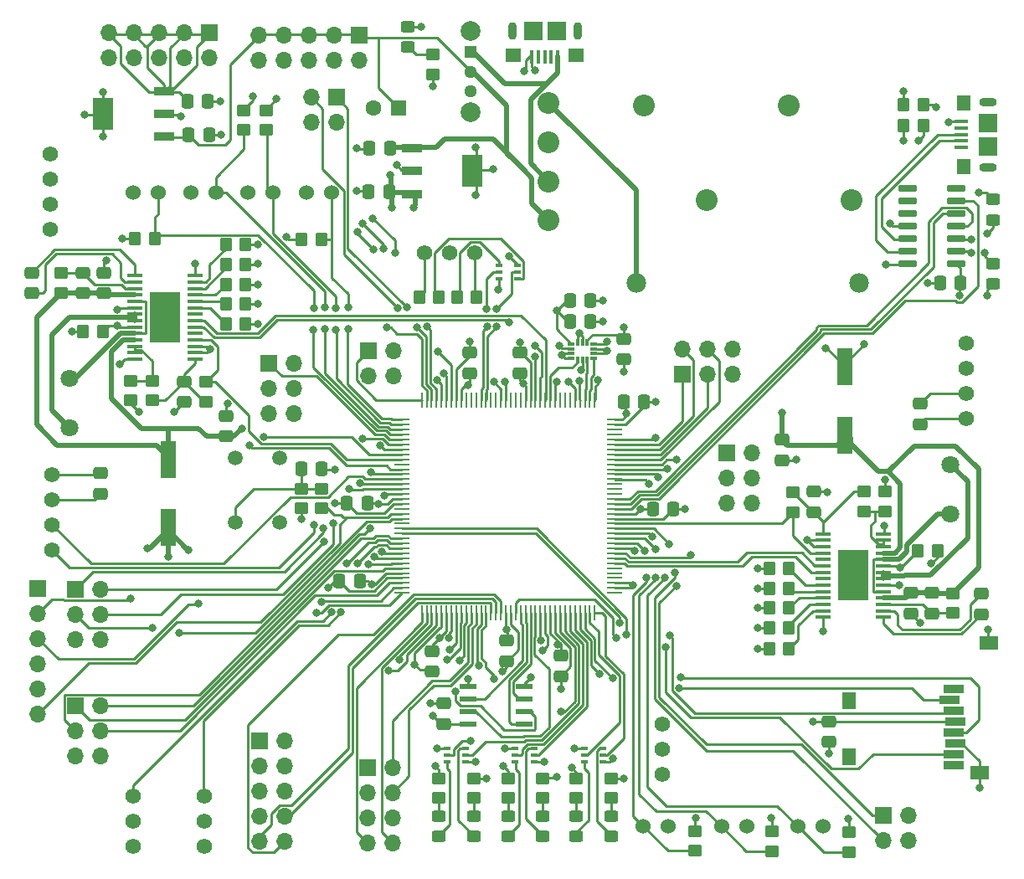
<source format=gbr>
%TF.GenerationSoftware,KiCad,Pcbnew,7.0.6*%
%TF.CreationDate,2023-11-30T13:58:43-08:00*%
%TF.ProjectId,MainBoard,4d61696e-426f-4617-9264-2e6b69636164,0.1*%
%TF.SameCoordinates,Original*%
%TF.FileFunction,Copper,L1,Top*%
%TF.FilePolarity,Positive*%
%FSLAX46Y46*%
G04 Gerber Fmt 4.6, Leading zero omitted, Abs format (unit mm)*
G04 Created by KiCad (PCBNEW 7.0.6) date 2023-11-30 13:58:43*
%MOMM*%
%LPD*%
G01*
G04 APERTURE LIST*
G04 Aperture macros list*
%AMRoundRect*
0 Rectangle with rounded corners*
0 $1 Rounding radius*
0 $2 $3 $4 $5 $6 $7 $8 $9 X,Y pos of 4 corners*
0 Add a 4 corners polygon primitive as box body*
4,1,4,$2,$3,$4,$5,$6,$7,$8,$9,$2,$3,0*
0 Add four circle primitives for the rounded corners*
1,1,$1+$1,$2,$3*
1,1,$1+$1,$4,$5*
1,1,$1+$1,$6,$7*
1,1,$1+$1,$8,$9*
0 Add four rect primitives between the rounded corners*
20,1,$1+$1,$2,$3,$4,$5,0*
20,1,$1+$1,$4,$5,$6,$7,0*
20,1,$1+$1,$6,$7,$8,$9,0*
20,1,$1+$1,$8,$9,$2,$3,0*%
G04 Aperture macros list end*
%TA.AperFunction,ComponentPad*%
%ADD10C,1.507998*%
%TD*%
%TA.AperFunction,ComponentPad*%
%ADD11R,1.700000X1.700000*%
%TD*%
%TA.AperFunction,ComponentPad*%
%ADD12O,1.700000X1.700000*%
%TD*%
%TA.AperFunction,SMDPad,CuDef*%
%ADD13RoundRect,0.250000X0.450000X-0.325000X0.450000X0.325000X-0.450000X0.325000X-0.450000X-0.325000X0*%
%TD*%
%TA.AperFunction,ComponentPad*%
%ADD14C,1.524000*%
%TD*%
%TA.AperFunction,SMDPad,CuDef*%
%ADD15RoundRect,0.250000X-0.337500X-0.475000X0.337500X-0.475000X0.337500X0.475000X-0.337500X0.475000X0*%
%TD*%
%TA.AperFunction,SMDPad,CuDef*%
%ADD16RoundRect,0.250000X-0.475000X0.337500X-0.475000X-0.337500X0.475000X-0.337500X0.475000X0.337500X0*%
%TD*%
%TA.AperFunction,SMDPad,CuDef*%
%ADD17RoundRect,0.250000X0.450000X-0.350000X0.450000X0.350000X-0.450000X0.350000X-0.450000X-0.350000X0*%
%TD*%
%TA.AperFunction,SMDPad,CuDef*%
%ADD18RoundRect,0.250000X0.337500X0.475000X-0.337500X0.475000X-0.337500X-0.475000X0.337500X-0.475000X0*%
%TD*%
%TA.AperFunction,SMDPad,CuDef*%
%ADD19RoundRect,0.250000X0.475000X-0.337500X0.475000X0.337500X-0.475000X0.337500X-0.475000X-0.337500X0*%
%TD*%
%TA.AperFunction,ComponentPad*%
%ADD20C,1.803400*%
%TD*%
%TA.AperFunction,SMDPad,CuDef*%
%ADD21RoundRect,0.250000X-0.350000X-0.450000X0.350000X-0.450000X0.350000X0.450000X-0.350000X0.450000X0*%
%TD*%
%TA.AperFunction,ComponentPad*%
%ADD22C,1.574800*%
%TD*%
%TA.AperFunction,SMDPad,CuDef*%
%ADD23R,0.650000X0.400000*%
%TD*%
%TA.AperFunction,SMDPad,CuDef*%
%ADD24RoundRect,0.250000X-0.450000X0.350000X-0.450000X-0.350000X0.450000X-0.350000X0.450000X0.350000X0*%
%TD*%
%TA.AperFunction,SMDPad,CuDef*%
%ADD25RoundRect,0.250000X0.350000X0.450000X-0.350000X0.450000X-0.350000X-0.450000X0.350000X-0.450000X0*%
%TD*%
%TA.AperFunction,SMDPad,CuDef*%
%ADD26R,1.599999X0.449999*%
%TD*%
%TA.AperFunction,ComponentPad*%
%ADD27C,0.600000*%
%TD*%
%TA.AperFunction,SMDPad,CuDef*%
%ADD28R,3.099999X5.180000*%
%TD*%
%TA.AperFunction,SMDPad,CuDef*%
%ADD29RoundRect,0.090000X0.865000X0.210000X-0.865000X0.210000X-0.865000X-0.210000X0.865000X-0.210000X0*%
%TD*%
%TA.AperFunction,ComponentPad*%
%ADD30R,1.295400X1.295400*%
%TD*%
%TA.AperFunction,ComponentPad*%
%ADD31C,1.295400*%
%TD*%
%TA.AperFunction,ComponentPad*%
%ADD32C,2.000000*%
%TD*%
%TA.AperFunction,SMDPad,CuDef*%
%ADD33RoundRect,0.250000X-0.450000X0.325000X-0.450000X-0.325000X0.450000X-0.325000X0.450000X0.325000X0*%
%TD*%
%TA.AperFunction,SMDPad,CuDef*%
%ADD34R,1.562100X0.279400*%
%TD*%
%TA.AperFunction,SMDPad,CuDef*%
%ADD35R,0.279400X1.562100*%
%TD*%
%TA.AperFunction,SMDPad,CuDef*%
%ADD36R,1.600200X3.810000*%
%TD*%
%TA.AperFunction,SMDPad,CuDef*%
%ADD37R,2.066000X0.901600*%
%TD*%
%TA.AperFunction,SMDPad,CuDef*%
%ADD38R,2.066000X3.201599*%
%TD*%
%TA.AperFunction,SMDPad,CuDef*%
%ADD39R,1.663700X0.533400*%
%TD*%
%TA.AperFunction,SMDPad,CuDef*%
%ADD40R,1.350000X0.400000*%
%TD*%
%TA.AperFunction,SMDPad,CuDef*%
%ADD41R,1.400000X1.600000*%
%TD*%
%TA.AperFunction,SMDPad,CuDef*%
%ADD42R,1.900000X1.900000*%
%TD*%
%TA.AperFunction,ComponentPad*%
%ADD43O,1.800000X0.900000*%
%TD*%
%TA.AperFunction,SMDPad,CuDef*%
%ADD44R,0.635000X0.355600*%
%TD*%
%TA.AperFunction,SMDPad,CuDef*%
%ADD45R,0.355600X0.635000*%
%TD*%
%TA.AperFunction,ComponentPad*%
%ADD46C,2.209800*%
%TD*%
%TA.AperFunction,ComponentPad*%
%ADD47R,1.600000X1.600000*%
%TD*%
%TA.AperFunction,ComponentPad*%
%ADD48C,1.600000*%
%TD*%
%TA.AperFunction,ComponentPad*%
%ADD49C,1.980000*%
%TD*%
%TA.AperFunction,SMDPad,CuDef*%
%ADD50R,0.400000X1.350000*%
%TD*%
%TA.AperFunction,SMDPad,CuDef*%
%ADD51R,1.600000X1.400000*%
%TD*%
%TA.AperFunction,ComponentPad*%
%ADD52O,0.900000X1.800000*%
%TD*%
%TA.AperFunction,SMDPad,CuDef*%
%ADD53R,1.397000X1.803400*%
%TD*%
%TA.AperFunction,SMDPad,CuDef*%
%ADD54R,1.905000X1.397000*%
%TD*%
%TA.AperFunction,SMDPad,CuDef*%
%ADD55R,2.006600X0.812800*%
%TD*%
%TA.AperFunction,ViaPad*%
%ADD56C,0.800000*%
%TD*%
%TA.AperFunction,Conductor*%
%ADD57C,0.250000*%
%TD*%
%TA.AperFunction,Conductor*%
%ADD58C,0.500000*%
%TD*%
G04 APERTURE END LIST*
D10*
%TO.P,SW1,1*%
%TO.N,GND*%
X192300001Y-127099998D03*
%TO.P,SW1,2*%
%TO.N,N/C*%
X192300001Y-133600000D03*
%TO.P,SW1,3*%
X187800000Y-127099998D03*
%TO.P,SW1,4*%
%TO.N,Net-(C1-Pad1)*%
X187800000Y-133600000D03*
%TD*%
D11*
%TO.P,J25,1,Pin_1*%
%TO.N,/RE4*%
X201250000Y-116275000D03*
D12*
%TO.P,J25,2,Pin_2*%
%TO.N,/RE1*%
X203790000Y-116275000D03*
%TO.P,J25,3,Pin_3*%
%TO.N,/RG12*%
X201250000Y-118815000D03*
%TO.P,J25,4,Pin_4*%
%TO.N,/RG14*%
X203790000Y-118815000D03*
%TD*%
D13*
%TO.P,D5,1,K*%
%TO.N,Net-(D5-K)*%
X215400000Y-165400000D03*
%TO.P,D5,2,A*%
%TO.N,Net-(D5-A)*%
X215400000Y-163350000D03*
%TD*%
D14*
%TO.P,SW8,1,A*%
%TO.N,+3.3V*%
X189060000Y-100300000D03*
%TO.P,SW8,2,B*%
%TO.N,/Bump2*%
X191600000Y-100300000D03*
%TD*%
D15*
%TO.P,C18,1*%
%TO.N,+3.3V*%
X221662500Y-111200000D03*
%TO.P,C18,2*%
%TO.N,GND*%
X223737500Y-111200000D03*
%TD*%
D16*
%TO.P,C10,1*%
%TO.N,GND*%
X207700000Y-146662500D03*
%TO.P,C10,2*%
%TO.N,+3.3V*%
X207700000Y-148737500D03*
%TD*%
D17*
%TO.P,R29,1*%
%TO.N,Net-(R28-Pad2)*%
X253500000Y-132500000D03*
%TO.P,R29,2*%
%TO.N,GND*%
X253500000Y-130500000D03*
%TD*%
D18*
%TO.P,C13,1*%
%TO.N,+3.3V*%
X203337500Y-100200000D03*
%TO.P,C13,2*%
%TO.N,GND*%
X201262500Y-100200000D03*
%TD*%
%TO.P,C3,1*%
%TO.N,GND*%
X200400000Y-139550000D03*
%TO.P,C3,2*%
%TO.N,+3.3V*%
X198325000Y-139550000D03*
%TD*%
D16*
%TO.P,C36,1*%
%TO.N,GND*%
X208900000Y-151925000D03*
%TO.P,C36,2*%
%TO.N,+3.3V*%
X208900000Y-154000000D03*
%TD*%
%TO.P,C28,1*%
%TO.N,+3.3V*%
X257050000Y-121612500D03*
%TO.P,C28,2*%
%TO.N,GND*%
X257050000Y-123687500D03*
%TD*%
D19*
%TO.P,C7,1*%
%TO.N,GND*%
X216600000Y-118537500D03*
%TO.P,C7,2*%
%TO.N,+3.3V*%
X216600000Y-116462500D03*
%TD*%
D20*
%TO.P,M2,1,+*%
%TO.N,Net-(M2-+)*%
X260100000Y-132750000D03*
%TO.P,M2,2,-*%
%TO.N,Net-(M2--)*%
X260100000Y-127750000D03*
%TD*%
D16*
%TO.P,C6,1*%
%TO.N,+3.3V*%
X211500000Y-116462500D03*
%TO.P,C6,2*%
%TO.N,GND*%
X211500000Y-118537500D03*
%TD*%
D21*
%TO.P,R33,1*%
%TO.N,+3.3V*%
X241800000Y-144300000D03*
%TO.P,R33,2*%
%TO.N,Net-(U13-I3)*%
X243800000Y-144300000D03*
%TD*%
D22*
%TO.P,U11,1,PhaseA*%
%TO.N,/IC3*%
X169250000Y-136390000D03*
%TO.P,U11,2,PhaseB*%
%TO.N,/IC4*%
X169250000Y-133850000D03*
%TO.P,U11,3,Vcc*%
%TO.N,+3.3V*%
X169250000Y-131310000D03*
%TO.P,U11,4,GND*%
%TO.N,GND*%
X169250000Y-128770000D03*
%TD*%
%TO.P,J15,1,Pin_1*%
%TO.N,+3.3V*%
X177450000Y-166350000D03*
%TO.P,J15,2,Pin_2*%
%TO.N,GND*%
X177450000Y-163810000D03*
%TO.P,J15,3,Pin_3*%
%TO.N,/Refl3*%
X177450000Y-161270000D03*
%TD*%
%TO.P,U12,1,PhaseA*%
%TO.N,/IC1*%
X261750000Y-115530000D03*
%TO.P,U12,2,PhaseB*%
%TO.N,/IC2*%
X261750000Y-118070000D03*
%TO.P,U12,3,Vcc*%
%TO.N,+3.3V*%
X261750000Y-120610000D03*
%TO.P,U12,4,GND*%
%TO.N,GND*%
X261750000Y-123150000D03*
%TD*%
D11*
%TO.P,J1,1,Pin_1*%
%TO.N,unconnected-(J1-Pin_1-Pad1)*%
X167850000Y-140300000D03*
D12*
%TO.P,J1,2,Pin_2*%
%TO.N,Net-(J1-Pin_2)*%
X167850000Y-142840000D03*
%TO.P,J1,3,Pin_3*%
%TO.N,Net-(J1-Pin_3)*%
X167850000Y-145380000D03*
%TO.P,J1,4,Pin_4*%
%TO.N,GND*%
X167850000Y-147920000D03*
%TO.P,J1,5,Pin_5*%
%TO.N,+3.3V*%
X167850000Y-150460000D03*
%TO.P,J1,6,Pin_6*%
%TO.N,Net-(J1-Pin_6)*%
X167850000Y-153000000D03*
%TD*%
D16*
%TO.P,C32,1*%
%TO.N,Vdrive*%
X243100000Y-125262500D03*
%TO.P,C32,2*%
%TO.N,GND*%
X243100000Y-127337500D03*
%TD*%
D11*
%TO.P,J18,1,Pin_1*%
%TO.N,/SDA2*%
X253360000Y-163300000D03*
D12*
%TO.P,J18,2,Pin_2*%
%TO.N,GND*%
X255900000Y-163300000D03*
%TO.P,J18,3,Pin_3*%
%TO.N,/SCL2*%
X253360000Y-165840000D03*
%TO.P,J18,4,Pin_4*%
%TO.N,GND*%
X255900000Y-165840000D03*
%TD*%
D23*
%TO.P,U6,1,S1*%
%TO.N,GND*%
X218000000Y-157800000D03*
%TO.P,U6,2,G1*%
%TO.N,/LED3*%
X218000000Y-157150000D03*
%TO.P,U6,3,D2*%
%TO.N,Net-(D4-K)*%
X218000000Y-156500000D03*
%TO.P,U6,4,S2*%
%TO.N,GND*%
X216100000Y-156500000D03*
%TO.P,U6,5,G2*%
%TO.N,/LED4*%
X216100000Y-157150000D03*
%TO.P,U6,6,D1*%
%TO.N,Net-(D5-K)*%
X216100000Y-157800000D03*
%TD*%
D17*
%TO.P,R12,1*%
%TO.N,/Switch2*%
X242100128Y-166875000D03*
%TO.P,R12,2*%
%TO.N,GND*%
X242100128Y-164875000D03*
%TD*%
D22*
%TO.P,J14,1,Pin_1*%
%TO.N,+3.3V*%
X184673800Y-166390000D03*
%TO.P,J14,2,Pin_2*%
%TO.N,GND*%
X184673800Y-163850000D03*
%TO.P,J14,3,Pin_3*%
%TO.N,/Refl2*%
X184673800Y-161310000D03*
%TD*%
D15*
%TO.P,C17,1*%
%TO.N,+3.3V*%
X221662500Y-113300000D03*
%TO.P,C17,2*%
%TO.N,GND*%
X223737500Y-113300000D03*
%TD*%
D22*
%TO.P,D8,1,A1*%
%TO.N,Net-(D8-A1)*%
X211990000Y-106376200D03*
%TO.P,D8,2,K*%
%TO.N,GND*%
X209450000Y-106376200D03*
%TO.P,D8,3,A2*%
%TO.N,Net-(D8-A2)*%
X206910000Y-106376200D03*
%TD*%
D11*
%TO.P,J3,1,Pin_1*%
%TO.N,+5V*%
X200300000Y-84360000D03*
D12*
%TO.P,J3,2,Pin_2*%
%TO.N,GND*%
X200300000Y-86900000D03*
%TO.P,J3,3,Pin_3*%
%TO.N,+5V*%
X197760000Y-84360000D03*
%TO.P,J3,4,Pin_4*%
%TO.N,GND*%
X197760000Y-86900000D03*
%TO.P,J3,5,Pin_5*%
%TO.N,+5V*%
X195220000Y-84360000D03*
%TO.P,J3,6,Pin_6*%
%TO.N,GND*%
X195220000Y-86900000D03*
%TO.P,J3,7,Pin_7*%
%TO.N,+5V*%
X192680000Y-84360000D03*
%TO.P,J3,8,Pin_8*%
%TO.N,GND*%
X192680000Y-86900000D03*
%TO.P,J3,9,Pin_9*%
%TO.N,+5V*%
X190140000Y-84360000D03*
%TO.P,J3,10,Pin_10*%
%TO.N,GND*%
X190140000Y-86900000D03*
%TD*%
D16*
%TO.P,C31,1*%
%TO.N,Vdrive*%
X256131250Y-140762500D03*
%TO.P,C31,2*%
%TO.N,GND*%
X256131250Y-142837500D03*
%TD*%
D19*
%TO.P,C23,1*%
%TO.N,Vdrive*%
X174500000Y-110437500D03*
%TO.P,C23,2*%
%TO.N,GND*%
X174500000Y-108362500D03*
%TD*%
D24*
%TO.P,R28,1*%
%TO.N,Net-(U13-V3P3OUT)*%
X251400000Y-130500000D03*
%TO.P,R28,2*%
%TO.N,Net-(R28-Pad2)*%
X251400000Y-132500000D03*
%TD*%
D19*
%TO.P,C9,1*%
%TO.N,+3.3V*%
X215250000Y-147637500D03*
%TO.P,C9,2*%
%TO.N,GND*%
X215250000Y-145562500D03*
%TD*%
D25*
%TO.P,R40,1*%
%TO.N,/Bump4*%
X179650000Y-104950000D03*
%TO.P,R40,2*%
%TO.N,GND*%
X177650000Y-104950000D03*
%TD*%
D26*
%TO.P,U10,1,CP1*%
%TO.N,Net-(U10-CP1)*%
X177650001Y-108674999D03*
%TO.P,U10,2,CP2*%
%TO.N,Net-(U10-CP2)*%
X177650001Y-109325000D03*
%TO.P,U10,3,VCP*%
%TO.N,Net-(U10-VCP)*%
X177650001Y-109974999D03*
%TO.P,U10,4,VM*%
%TO.N,Vdrive*%
X177650001Y-110625000D03*
%TO.P,U10,5,OUT1*%
%TO.N,Net-(M1-+)*%
X177650001Y-111274998D03*
%TO.P,U10,6,ISEN*%
%TO.N,/MotorCurrent1*%
X177650001Y-111925000D03*
%TO.P,U10,7,OUT2*%
%TO.N,Net-(M1--)*%
X177650001Y-112574998D03*
%TO.P,U10,8,OUT2*%
X177650001Y-113225000D03*
%TO.P,U10,9,ISEN*%
%TO.N,/MotorCurrent1*%
X177650001Y-113874998D03*
%TO.P,U10,10,OUT1*%
%TO.N,Net-(M1-+)*%
X177650001Y-114525000D03*
%TO.P,U10,11,VM*%
%TO.N,Vdrive*%
X177650001Y-115174998D03*
%TO.P,U10,12,VREF*%
%TO.N,Net-(R18-Pad2)*%
X177650001Y-115824999D03*
%TO.P,U10,13,VREF*%
X177650001Y-116474998D03*
%TO.P,U10,14,GND*%
%TO.N,GND*%
X177650001Y-117124999D03*
%TO.P,U10,15,V3P3OUT*%
%TO.N,Net-(U10-V3P3OUT)*%
X183750002Y-117124999D03*
%TO.P,U10,16,RESET_N*%
%TO.N,+3.3V*%
X183750002Y-116474998D03*
%TO.P,U10,17,SLEEP_N*%
X183750002Y-115824999D03*
%TO.P,U10,18,FAULT_N*%
%TO.N,/Fault1*%
X183750002Y-115174998D03*
%TO.P,U10,19,DECAY*%
%TO.N,unconnected-(U10-DECAY-Pad19)*%
X183750002Y-114525000D03*
%TO.P,U10,20,IN2*%
%TO.N,/Dir2*%
X183750002Y-113874998D03*
%TO.P,U10,21,IN1*%
%TO.N,/OC2*%
X183750002Y-113225000D03*
%TO.P,U10,22,NC*%
%TO.N,unconnected-(U10-NC-Pad22)*%
X183750002Y-112574998D03*
%TO.P,U10,23,I0*%
%TO.N,Net-(U10-I0)*%
X183750002Y-111925000D03*
%TO.P,U10,24,I1*%
%TO.N,Net-(U10-I1)*%
X183750002Y-111274998D03*
%TO.P,U10,25,I2*%
%TO.N,Net-(U10-I2)*%
X183750002Y-110625000D03*
%TO.P,U10,26,I3*%
%TO.N,Net-(U10-I3)*%
X183750002Y-109974999D03*
%TO.P,U10,27,I4*%
%TO.N,Net-(U10-I4)*%
X183750002Y-109325000D03*
%TO.P,U10,28,GND*%
%TO.N,GND*%
X183750002Y-108674999D03*
D27*
%TO.P,U10,29,PAD*%
X179600000Y-111799999D03*
X179600000Y-112899999D03*
X179600000Y-113999999D03*
X179600000Y-115100000D03*
X179620000Y-110779999D03*
X180700000Y-110779999D03*
D28*
X180700000Y-112899999D03*
D27*
X180700000Y-115100000D03*
X180700003Y-111799999D03*
X180700003Y-112899999D03*
X180700003Y-113999999D03*
X181760000Y-110779999D03*
X181800000Y-111799999D03*
X181800000Y-112899999D03*
X181800000Y-113999999D03*
X181800000Y-115100000D03*
%TD*%
D24*
%TO.P,R5,1*%
%TO.N,+3.3V*%
X208400000Y-159500000D03*
%TO.P,R5,2*%
%TO.N,Net-(D3-A)*%
X208400000Y-161500000D03*
%TD*%
D11*
%TO.P,J21,1,Pin_1*%
%TO.N,/RH15*%
X233010000Y-118650000D03*
D12*
%TO.P,J21,2,Pin_2*%
%TO.N,/RH14*%
X233010000Y-116110000D03*
%TO.P,J21,3,Pin_3*%
%TO.N,/RH13*%
X235550000Y-118650000D03*
%TO.P,J21,4,Pin_4*%
%TO.N,/RH12*%
X235550000Y-116110000D03*
%TO.P,J21,5,Pin_5*%
%TO.N,GND*%
X238090000Y-118650000D03*
%TO.P,J21,6,Pin_6*%
X238090000Y-116110000D03*
%TD*%
D13*
%TO.P,D2,1,K*%
%TO.N,Net-(D2-K)*%
X211900000Y-165400000D03*
%TO.P,D2,2,A*%
%TO.N,Net-(D2-A)*%
X211900000Y-163350000D03*
%TD*%
D21*
%TO.P,R26,1*%
%TO.N,GND*%
X172400000Y-114350000D03*
%TO.P,R26,2*%
%TO.N,/MotorCurrent1*%
X174400000Y-114350000D03*
%TD*%
D29*
%TO.P,U9,1,VDD*%
%TO.N,+3.3V*%
X260700000Y-107470000D03*
%TO.P,U9,2,GP0*%
%TO.N,Net-(D10-K)*%
X260700000Y-106200000D03*
%TO.P,U9,3,GP1*%
%TO.N,Net-(D9-K)*%
X260700000Y-104930000D03*
%TO.P,U9,4,~{RST}*%
%TO.N,/USB_RST*%
X260700000Y-103660000D03*
%TO.P,U9,5,URX*%
%TO.N,/U1TX*%
X260700000Y-102390000D03*
%TO.P,U9,6,UTX*%
%TO.N,/U1RX*%
X260700000Y-101120000D03*
%TO.P,U9,7,GP2*%
%TO.N,unconnected-(U9-GP2-Pad7)*%
X260700000Y-99850000D03*
%TO.P,U9,8,GP3*%
%TO.N,unconnected-(U9-GP3-Pad8)*%
X255780000Y-99850000D03*
%TO.P,U9,9,SDA*%
%TO.N,unconnected-(U9-SDA-Pad9)*%
X255780000Y-101120000D03*
%TO.P,U9,10,SCL*%
%TO.N,unconnected-(U9-SCL-Pad10)*%
X255780000Y-102390000D03*
%TO.P,U9,11,VUSB*%
%TO.N,+3.3V*%
X255780000Y-103660000D03*
%TO.P,U9,12,D-*%
%TO.N,Net-(J9-D-)*%
X255780000Y-104930000D03*
%TO.P,U9,13,D+*%
%TO.N,Net-(J9-D+)*%
X255780000Y-106200000D03*
%TO.P,U9,14,VSS*%
%TO.N,GND*%
X255780000Y-107470000D03*
%TD*%
D19*
%TO.P,C8,1*%
%TO.N,+3.3V*%
X220700000Y-149168750D03*
%TO.P,C8,2*%
%TO.N,GND*%
X220700000Y-147093750D03*
%TD*%
D24*
%TO.P,R35,1*%
%TO.N,Vdrive*%
X260331250Y-140800000D03*
%TO.P,R35,2*%
%TO.N,Net-(U13-VCP)*%
X260331250Y-142800000D03*
%TD*%
D25*
%TO.P,R22,1*%
%TO.N,+3.3V*%
X188850000Y-109550000D03*
%TO.P,R22,2*%
%TO.N,Net-(U10-I2)*%
X186850000Y-109550000D03*
%TD*%
D11*
%TO.P,J19,1,Pin_1*%
%TO.N,/SCK4*%
X237510000Y-126560000D03*
D12*
%TO.P,J19,2,Pin_2*%
%TO.N,/SDI4*%
X240050000Y-126560000D03*
%TO.P,J19,3,Pin_3*%
%TO.N,/SS4\u002A*%
X237510000Y-129100000D03*
%TO.P,J19,4,Pin_4*%
%TO.N,/SDO4*%
X240050000Y-129100000D03*
%TO.P,J19,5,Pin_5*%
%TO.N,GND*%
X237510000Y-131640000D03*
%TO.P,J19,6,Pin_6*%
X240050000Y-131640000D03*
%TD*%
D30*
%TO.P,SW2,1,A*%
%TO.N,Net-(J4-VBUS)*%
X211550000Y-86049999D03*
D31*
%TO.P,SW2,2,B*%
%TO.N,+5V*%
X211550000Y-88050000D03*
%TO.P,SW2,3,C*%
%TO.N,unconnected-(SW2-C-Pad3)*%
X211550000Y-90050001D03*
D32*
%TO.P,SW2,4*%
%TO.N,N/C*%
X211550000Y-83949999D03*
%TO.P,SW2,5*%
X211550000Y-92150000D03*
%TD*%
D13*
%TO.P,D3,1,K*%
%TO.N,Net-(D3-K)*%
X208400000Y-165400000D03*
%TO.P,D3,2,A*%
%TO.N,Net-(D3-A)*%
X208400000Y-163350000D03*
%TD*%
D24*
%TO.P,R6,1*%
%TO.N,+3.3V*%
X218900000Y-159500000D03*
%TO.P,R6,2*%
%TO.N,Net-(D4-A)*%
X218900000Y-161500000D03*
%TD*%
D26*
%TO.P,U13,1,CP1*%
%TO.N,Net-(U13-CP1)*%
X253349999Y-143224999D03*
%TO.P,U13,2,CP2*%
%TO.N,Net-(U13-CP2)*%
X253349999Y-142574998D03*
%TO.P,U13,3,VCP*%
%TO.N,Net-(U13-VCP)*%
X253349999Y-141924999D03*
%TO.P,U13,4,VM*%
%TO.N,Vdrive*%
X253349999Y-141274998D03*
%TO.P,U13,5,OUT1*%
%TO.N,Net-(M2-+)*%
X253349999Y-140625000D03*
%TO.P,U13,6,ISEN*%
%TO.N,/MotorCurrent2*%
X253349999Y-139974998D03*
%TO.P,U13,7,OUT2*%
%TO.N,Net-(M2--)*%
X253349999Y-139325000D03*
%TO.P,U13,8,OUT2*%
X253349999Y-138674998D03*
%TO.P,U13,9,ISEN*%
%TO.N,/MotorCurrent2*%
X253349999Y-138025000D03*
%TO.P,U13,10,OUT1*%
%TO.N,Net-(M2-+)*%
X253349999Y-137374998D03*
%TO.P,U13,11,VM*%
%TO.N,Vdrive*%
X253349999Y-136725000D03*
%TO.P,U13,12,VREF*%
%TO.N,Net-(R28-Pad2)*%
X253349999Y-136074999D03*
%TO.P,U13,13,VREF*%
X253349999Y-135425000D03*
%TO.P,U13,14,GND*%
%TO.N,GND*%
X253349999Y-134774999D03*
%TO.P,U13,15,V3P3OUT*%
%TO.N,Net-(U13-V3P3OUT)*%
X247249998Y-134774999D03*
%TO.P,U13,16,RESET_N*%
%TO.N,+3.3V*%
X247249998Y-135425000D03*
%TO.P,U13,17,SLEEP_N*%
X247249998Y-136074999D03*
%TO.P,U13,18,FAULT_N*%
%TO.N,/Fault2*%
X247249998Y-136725000D03*
%TO.P,U13,19,DECAY*%
%TO.N,unconnected-(U13-DECAY-Pad19)*%
X247249998Y-137374998D03*
%TO.P,U13,20,IN2*%
%TO.N,/Dir1*%
X247249998Y-138025000D03*
%TO.P,U13,21,IN1*%
%TO.N,/OC1*%
X247249998Y-138674998D03*
%TO.P,U13,22,NC*%
%TO.N,unconnected-(U13-NC-Pad22)*%
X247249998Y-139325000D03*
%TO.P,U13,23,I0*%
%TO.N,Net-(U13-I0)*%
X247249998Y-139974998D03*
%TO.P,U13,24,I1*%
%TO.N,Net-(U13-I1)*%
X247249998Y-140625000D03*
%TO.P,U13,25,I2*%
%TO.N,Net-(U13-I2)*%
X247249998Y-141274998D03*
%TO.P,U13,26,I3*%
%TO.N,Net-(U13-I3)*%
X247249998Y-141924999D03*
%TO.P,U13,27,I4*%
%TO.N,Net-(U13-I4)*%
X247249998Y-142574998D03*
%TO.P,U13,28,GND*%
%TO.N,GND*%
X247249998Y-143224999D03*
D27*
%TO.P,U13,29,PAD*%
X251400000Y-140099999D03*
X251400000Y-138999999D03*
X251400000Y-137899999D03*
X251400000Y-136799998D03*
X251380000Y-141119999D03*
X250300000Y-141119999D03*
D28*
X250300000Y-138999999D03*
D27*
X250300000Y-136799998D03*
X250299997Y-140099999D03*
X250299997Y-138999999D03*
X250299997Y-137899999D03*
X249240000Y-141119999D03*
X249200000Y-140099999D03*
X249200000Y-138999999D03*
X249200000Y-137899999D03*
X249200000Y-136799998D03*
%TD*%
D33*
%TO.P,D1,1,K*%
%TO.N,GND*%
X205200000Y-83475000D03*
%TO.P,D1,2,A*%
%TO.N,Net-(D1-A)*%
X205200000Y-85525000D03*
%TD*%
D19*
%TO.P,C29,1*%
%TO.N,Net-(U13-CP1)*%
X263200000Y-142937500D03*
%TO.P,C29,2*%
%TO.N,Net-(U13-CP2)*%
X263200000Y-140862500D03*
%TD*%
D23*
%TO.P,U7,1,S1*%
%TO.N,GND*%
X225000000Y-157800000D03*
%TO.P,U7,2,G1*%
%TO.N,/LED5*%
X225000000Y-157150000D03*
%TO.P,U7,3,D2*%
%TO.N,Net-(D6-K)*%
X225000000Y-156500000D03*
%TO.P,U7,4,S2*%
%TO.N,GND*%
X223100000Y-156500000D03*
%TO.P,U7,5,G2*%
%TO.N,/LED6*%
X223100000Y-157150000D03*
%TO.P,U7,6,D1*%
%TO.N,Net-(D7-K)*%
X223100000Y-157800000D03*
%TD*%
D21*
%TO.P,R30,1*%
%TO.N,+3.3V*%
X241800000Y-138300000D03*
%TO.P,R30,2*%
%TO.N,Net-(U13-I0)*%
X243800000Y-138300000D03*
%TD*%
D24*
%TO.P,R1,1*%
%TO.N,Net-(C1-Pad1)*%
X194500000Y-130200000D03*
%TO.P,R1,2*%
%TO.N,+3.3V*%
X194500000Y-132200000D03*
%TD*%
D17*
%TO.P,R25,1*%
%TO.N,Vdrive*%
X170200000Y-110400000D03*
%TO.P,R25,2*%
%TO.N,Net-(U10-VCP)*%
X170200000Y-108400000D03*
%TD*%
D11*
%TO.P,J20,1,Pin_1*%
%TO.N,/SCK2*%
X171610000Y-140370000D03*
D12*
%TO.P,J20,2,Pin_2*%
%TO.N,/SDO2*%
X174150000Y-140370000D03*
%TO.P,J20,3,Pin_3*%
%TO.N,/SS2\u002A*%
X171610000Y-142910000D03*
%TO.P,J20,4,Pin_4*%
%TO.N,/SDI2*%
X174150000Y-142910000D03*
%TO.P,J20,5,Pin_5*%
%TO.N,GND*%
X171610000Y-145450000D03*
%TO.P,J20,6,Pin_6*%
X174150000Y-145450000D03*
%TD*%
D11*
%TO.P,J8,1,Pin_1*%
%TO.N,/SCK3*%
X201160000Y-158430000D03*
D12*
%TO.P,J8,2,Pin_2*%
%TO.N,/SDO3*%
X203700000Y-158430000D03*
%TO.P,J8,3,Pin_3*%
%TO.N,/SS3\u002A*%
X201160000Y-160970000D03*
%TO.P,J8,4,Pin_4*%
%TO.N,/SDI3*%
X203700000Y-160970000D03*
%TO.P,J8,5,Pin_5*%
%TO.N,GND*%
X201160000Y-163510000D03*
%TO.P,J8,6,Pin_6*%
X203700000Y-163510000D03*
%TO.P,J8,7,Pin_7*%
%TO.N,/U4RX*%
X201160000Y-166050000D03*
%TO.P,J8,8,Pin_8*%
%TO.N,/U4TX*%
X203700000Y-166050000D03*
%TD*%
D11*
%TO.P,J2,1,Pin_1*%
%TO.N,Net-(J2-Pin_1)*%
X185140000Y-84060000D03*
D12*
%TO.P,J2,2,Pin_2*%
%TO.N,GND*%
X185140000Y-86600000D03*
%TO.P,J2,3,Pin_3*%
%TO.N,Net-(J2-Pin_1)*%
X182600000Y-84060000D03*
%TO.P,J2,4,Pin_4*%
%TO.N,GND*%
X182600000Y-86600000D03*
%TO.P,J2,5,Pin_5*%
%TO.N,Net-(J2-Pin_1)*%
X180060000Y-84060000D03*
%TO.P,J2,6,Pin_6*%
%TO.N,GND*%
X180060000Y-86600000D03*
%TO.P,J2,7,Pin_7*%
%TO.N,Net-(J2-Pin_1)*%
X177520000Y-84060000D03*
%TO.P,J2,8,Pin_8*%
%TO.N,GND*%
X177520000Y-86600000D03*
%TO.P,J2,9,Pin_9*%
%TO.N,Net-(J2-Pin_1)*%
X174980000Y-84060000D03*
%TO.P,J2,10,Pin_10*%
%TO.N,GND*%
X174980000Y-86600000D03*
%TD*%
D21*
%TO.P,R32,1*%
%TO.N,+3.3V*%
X241800000Y-142300000D03*
%TO.P,R32,2*%
%TO.N,Net-(U13-I2)*%
X243800000Y-142300000D03*
%TD*%
%TO.P,R16,1*%
%TO.N,+3.3V*%
X255400000Y-93500000D03*
%TO.P,R16,2*%
%TO.N,Net-(D10-A)*%
X257400000Y-93500000D03*
%TD*%
D24*
%TO.P,R7,1*%
%TO.N,+3.3V*%
X215400000Y-159500000D03*
%TO.P,R7,2*%
%TO.N,Net-(D5-A)*%
X215400000Y-161500000D03*
%TD*%
D11*
%TO.P,J23,1,Pin_1*%
%TO.N,/U5TX*%
X171660000Y-152150000D03*
D12*
%TO.P,J23,2,Pin_2*%
%TO.N,/U5RX*%
X174200000Y-152150000D03*
%TO.P,J23,3,Pin_3*%
%TO.N,/U6TX*%
X171660000Y-154690000D03*
%TO.P,J23,4,Pin_4*%
%TO.N,/U6RX*%
X174200000Y-154690000D03*
%TO.P,J23,5,Pin_5*%
%TO.N,GND*%
X171660000Y-157230000D03*
%TO.P,J23,6,Pin_6*%
X174200000Y-157230000D03*
%TD*%
D33*
%TO.P,D10,1,K*%
%TO.N,Net-(D10-K)*%
X264400000Y-107475000D03*
%TO.P,D10,2,A*%
%TO.N,Net-(D10-A)*%
X264400000Y-109525000D03*
%TD*%
D14*
%TO.P,SW6,1,1*%
%TO.N,+3.3V*%
X231610128Y-164351200D03*
%TO.P,SW6,2,2*%
%TO.N,/Switch1*%
X229070128Y-164351200D03*
%TD*%
D34*
%TO.P,U1,1,AN23/RG15*%
%TO.N,/Bump1*%
X204624050Y-123250000D03*
%TO.P,U1,2,EBIA5/AN34/PMA5/RA5*%
%TO.N,/Bump2*%
X204624050Y-123749999D03*
%TO.P,U1,3,EBID5/AN17/RPE5/PMD5/RE5*%
%TO.N,/Bump3*%
X204624050Y-124250000D03*
%TO.P,U1,4,EBID6/AN16/PMD6/RE6*%
%TO.N,/Bump4*%
X204624050Y-124749999D03*
%TO.P,U1,5,EBID7/AN15/PMD7/RE7*%
%TO.N,/RE7*%
X204624050Y-125250001D03*
%TO.P,U1,6,EBIA6/AN22/RPC1/PMA6/RC1*%
%TO.N,/IC3*%
X204624050Y-125750000D03*
%TO.P,U1,7,AN35/ETXD0/RJ8*%
%TO.N,/RJ8*%
X204624050Y-126249999D03*
%TO.P,U1,8,AN36/ETXD1/RJ9*%
%TO.N,/MotorCurrent1*%
X204624050Y-126750000D03*
%TO.P,U1,9,EBIBS0/RJ12*%
%TO.N,/Fault1*%
X204624050Y-127249999D03*
%TO.P,U1,10,EBIBS1/RJ10*%
%TO.N,unconnected-(U1A-EBIBS1{slash}RJ10-Pad10)*%
X204624050Y-127750001D03*
%TO.P,U1,11,EBIA12/AN21/RPC2/PMA12/RC2*%
%TO.N,/U2TX*%
X204624050Y-128250000D03*
%TO.P,U1,12,EBIWE/AN20/RPC3/PMWR/RC3*%
%TO.N,/U6TX*%
X204624050Y-128749999D03*
%TO.P,U1,13,EBIOE/AN19/RPC4/PMRD/RC4*%
%TO.N,/IC4*%
X204624050Y-129250000D03*
%TO.P,U1,14,AN14/C1IND/RPG6/SCK2/RG6*%
%TO.N,/SCK2*%
X204624050Y-129749999D03*
%TO.P,U1,15,AN13/C1INC/RPG7/SDA4/RG7*%
%TO.N,/SDI2*%
X204624050Y-130250001D03*
%TO.P,U1,16,AN12/C2IND/RPG8/SCL4/RG8*%
%TO.N,/SDO2*%
X204624050Y-130750000D03*
%TO.P,U1,17,VSS*%
%TO.N,GND*%
X204624050Y-131249999D03*
%TO.P,U1,18,VDD*%
%TO.N,+3.3V*%
X204624050Y-131750000D03*
%TO.P,U1,19,EBIA16/RK0*%
%TO.N,unconnected-(U1A-EBIA16{slash}RK0-Pad19)*%
X204624050Y-132250000D03*
%TO.P,U1,20,MCLR*%
%TO.N,Net-(J1-Pin_6)*%
X204624050Y-132749998D03*
%TO.P,U1,21,EBIA2/AN11/C2INC/RPG9/PMA2/RG9*%
%TO.N,/SS2\u002A*%
X204624050Y-133250000D03*
%TO.P,U1,22,TMS/AN24/RA0*%
%TO.N,unconnected-(U1A-TMS{slash}AN24{slash}RA0-Pad22)*%
X204624050Y-133749999D03*
%TO.P,U1,23,AN25/RPE8/RE8*%
%TO.N,/SDI6*%
X204624050Y-134250001D03*
%TO.P,U1,24,AN26/RPE9/RE9*%
%TO.N,/SDO6*%
X204624050Y-134750000D03*
%TO.P,U1,25,AN45/C1INA/RPB5/RB5*%
%TO.N,/U5RX*%
X204624050Y-135249999D03*
%TO.P,U1,26,AN4/C1INB/RB4*%
%TO.N,/Refl3*%
X204624050Y-135750000D03*
%TO.P,U1,27,AN37/ERXCLK/EREFCLK/RJ11*%
%TO.N,/Refl2*%
X204624050Y-136249999D03*
%TO.P,U1,28,EBIA13/PMA13/RJ13*%
%TO.N,/RJ13*%
X204624050Y-136750001D03*
%TO.P,U1,29,EBIA11/PMA11/RJ14*%
%TO.N,/RJ14*%
X204624050Y-137250000D03*
%TO.P,U1,30,EBIA0/PMA0/RJ15*%
%TO.N,/RJ15*%
X204624050Y-137749999D03*
%TO.P,U1,31,AN3/C2INA/RPB3/RB3*%
%TO.N,/U5TX*%
X204624050Y-138250000D03*
%TO.P,U1,32,VSS*%
%TO.N,GND*%
X204624050Y-138749999D03*
%TO.P,U1,33,VDD*%
%TO.N,+3.3V*%
X204624050Y-139250001D03*
%TO.P,U1,34,AN2/C2INB/RPB2/RB2*%
%TO.N,/U6RX*%
X204624050Y-139750000D03*
%TO.P,U1,35,PGEC1/AN1/RPB1/RB1*%
%TO.N,Net-(J1-Pin_2)*%
X204624050Y-140249999D03*
%TO.P,U1,36,PGED1/AN0/RPB0/RB0*%
%TO.N,Net-(J1-Pin_3)*%
X204624050Y-140750000D03*
D35*
%TO.P,U1,37,PGEC2/AN46/RPB6/RB6*%
%TO.N,/U4RX*%
X206650000Y-142775950D03*
%TO.P,U1,38,PGED2/AN47/RPB7/RB7*%
%TO.N,/U4TX*%
X207149999Y-142775950D03*
%TO.P,U1,39,VREF-/CVREF-/AN27/RA9*%
%TO.N,/RA9*%
X207650000Y-142775950D03*
%TO.P,U1,40,VREF+/CVREF+/AN28/RA10*%
%TO.N,/RA10*%
X208149999Y-142775950D03*
%TO.P,U1,41,AVDD*%
%TO.N,+3.3V*%
X208650001Y-142775950D03*
%TO.P,U1,42,AVSS*%
%TO.N,GND*%
X209150000Y-142775950D03*
%TO.P,U1,43,AN38/ETXD2/RH0*%
%TO.N,/RH0*%
X209649999Y-142775950D03*
%TO.P,U1,44,AN39/ETXD3/RH1*%
%TO.N,/RH1*%
X210150000Y-142775950D03*
%TO.P,U1,45,EBIRP/RH2*%
%TO.N,/RH2*%
X210649999Y-142775950D03*
%TO.P,U1,46,RH3*%
%TO.N,/RH3*%
X211150001Y-142775950D03*
%TO.P,U1,47,EBIA10/AN48/RPB8/PMA10/RB8*%
%TO.N,/SDO3*%
X211650000Y-142775950D03*
%TO.P,U1,48,EBIA7/AN49/RPB9/PMA7/RB9*%
%TO.N,/SDI3*%
X212149999Y-142775950D03*
%TO.P,U1,49,CVREFOUT/AN5/RPB10/RB10*%
%TO.N,/RB10*%
X212650000Y-142775950D03*
%TO.P,U1,50,AN6/RB11*%
%TO.N,/Refl1*%
X213149999Y-142775950D03*
%TO.P,U1,51,EBIA1/PMA1/RK1*%
%TO.N,/RK1*%
X213650001Y-142775950D03*
%TO.P,U1,52,EBIA3/PMA3/RK2*%
%TO.N,/RK2*%
X214150000Y-142775950D03*
%TO.P,U1,53,EBIA17/RK3*%
%TO.N,/RK3*%
X214649999Y-142775950D03*
%TO.P,U1,54,VSS*%
%TO.N,GND*%
X215150000Y-142775950D03*
%TO.P,U1,55,VDD*%
%TO.N,+3.3V*%
X215650000Y-142775950D03*
%TO.P,U1,56,TCK/AN29/RA1*%
%TO.N,/MotorCurrent2*%
X216150001Y-142775950D03*
%TO.P,U1,57,TDI/AN30/RPF13/SCK5/RF13*%
%TO.N,/SCK5*%
X216650000Y-142775950D03*
%TO.P,U1,58,TDO/AN31/RPF12/RF12*%
%TO.N,/SS5\u002A*%
X217149999Y-142775950D03*
%TO.P,U1,59,AN7/RB12*%
%TO.N,/Write Protect\u002A*%
X217650001Y-142775950D03*
%TO.P,U1,60,AN8/RB13*%
%TO.N,/Hold\u002A*%
X218150000Y-142775950D03*
%TO.P,U1,61,AN9/RPB14/SCK3/RB14*%
%TO.N,/SCK3*%
X218650001Y-142775950D03*
%TO.P,U1,62,AN10/RPB15/OCFB/RB15*%
%TO.N,/SS3\u002A*%
X219150000Y-142775950D03*
%TO.P,U1,63,VSS*%
%TO.N,GND*%
X219649999Y-142775950D03*
%TO.P,U1,64,VDD*%
%TO.N,+3.3V*%
X220150001Y-142775950D03*
%TO.P,U1,65,AN40/ERXERR/RH4*%
%TO.N,/LED2*%
X220650000Y-142775950D03*
%TO.P,U1,66,AN41/ERXD1/RH5*%
%TO.N,/LED1*%
X221150001Y-142775950D03*
%TO.P,U1,67,AN42/ERXD2/RH6*%
%TO.N,/LED4*%
X221650000Y-142775950D03*
%TO.P,U1,68,EBIA4/PMA4/RH7*%
%TO.N,/LED3*%
X222149999Y-142775950D03*
%TO.P,U1,69,AN32/RPD14/RD14*%
%TO.N,/SS6\u002A*%
X222650001Y-142775950D03*
%TO.P,U1,70,AN33/RPD15/SCK6/RD15*%
%TO.N,/SCK6*%
X223150000Y-142775950D03*
%TO.P,U1,71,OSC1/CLKI/RC12*%
%TO.N,/LED6*%
X223650001Y-142775950D03*
%TO.P,U1,72,OSC2/CLKO/RC15*%
%TO.N,/LED5*%
X224150000Y-142775950D03*
D34*
%TO.P,U1,73,VBUS*%
%TO.N,unconnected-(U1B-VBUS-Pad73)*%
X226175950Y-140750000D03*
%TO.P,U1,74,VUSB3V3*%
%TO.N,GND*%
X226175950Y-140250001D03*
%TO.P,U1,75,VSS*%
X226175950Y-139750000D03*
%TO.P,U1,76,D-*%
%TO.N,unconnected-(U1B-D--Pad76)*%
X226175950Y-139250001D03*
%TO.P,U1,77,D+*%
%TO.N,unconnected-(U1B-D+-Pad77)*%
X226175950Y-138749999D03*
%TO.P,U1,78,RPF3/USBID/RF3*%
%TO.N,unconnected-(U1B-RPF3{slash}USBID{slash}RF3-Pad78)*%
X226175950Y-138250000D03*
%TO.P,U1,79,SDA3/RPF2/RF2*%
%TO.N,/OC1*%
X226175950Y-137750001D03*
%TO.P,U1,80,SCL3/RPF8/RF8*%
%TO.N,/Dir1*%
X226175950Y-137250000D03*
%TO.P,U1,81,ERXD0/RH8*%
%TO.N,/IC2*%
X226175950Y-136750001D03*
%TO.P,U1,82,ERXD3/RH9*%
%TO.N,/Switch1*%
X226175950Y-136249999D03*
%TO.P,U1,83,ECOL/RH10*%
%TO.N,/Switch2*%
X226175950Y-135750000D03*
%TO.P,U1,84,EBIRDY2/RH11*%
%TO.N,/Switch3*%
X226175950Y-135250001D03*
%TO.P,U1,85,SCL2/RA2*%
%TO.N,/SCL2*%
X226175950Y-134750000D03*
%TO.P,U1,86,EBIRDY1/SDA2/RA3*%
%TO.N,/SDA2*%
X226175950Y-134250001D03*
%TO.P,U1,87,EBIA14/PMCS1/PMA14/RA4*%
%TO.N,/Fault2*%
X226175950Y-133749999D03*
%TO.P,U1,88,VDD*%
%TO.N,+3.3V*%
X226175950Y-133250000D03*
%TO.P,U1,89,VSS*%
%TO.N,GND*%
X226175950Y-132750001D03*
%TO.P,U1,90,EBIA9/RPF4/SDA5/PMA9/RF4*%
%TO.N,/U1RX*%
X226175950Y-132250000D03*
%TO.P,U1,91,EBIA8/RPF5/SCL5/PMA8/RF5*%
%TO.N,/U1TX*%
X226175950Y-131750000D03*
%TO.P,U1,92,EBIA18/RK4*%
%TO.N,/USB_RST*%
X226175950Y-131249999D03*
%TO.P,U1,93,EBIA19/RK5*%
%TO.N,unconnected-(U1B-EBIA19{slash}RK5-Pad93)*%
X226175950Y-130750000D03*
%TO.P,U1,94,EBIA20/RK6*%
%TO.N,unconnected-(U1B-EBIA20{slash}RK6-Pad94)*%
X226175950Y-130250001D03*
%TO.P,U1,95,RPA14/SCL1/RA14*%
%TO.N,unconnected-(U1B-RPA14{slash}SCL1{slash}RA14-Pad95)*%
X226175950Y-129749999D03*
%TO.P,U1,96,RPA15/SDA1/RA15*%
%TO.N,/SDO4*%
X226175950Y-129250000D03*
%TO.P,U1,97,EBIA15/RPD9/PMCS2/PMA15/RD9*%
%TO.N,/SS4\u002A*%
X226175950Y-128749999D03*
%TO.P,U1,98,RPD10/SCK4/RD10*%
%TO.N,/SCK4*%
X226175950Y-128250000D03*
%TO.P,U1,99,EMDC/RPD11/RD11*%
%TO.N,/SDI4*%
X226175950Y-127750001D03*
%TO.P,U1,100,ECRS/RH12*%
%TO.N,/RH12*%
X226175950Y-127249999D03*
%TO.P,U1,101,ERXDV/ECRSDV/RH13*%
%TO.N,/RH13*%
X226175950Y-126750000D03*
%TO.P,U1,102,RH14*%
%TO.N,/RH14*%
X226175950Y-126249999D03*
%TO.P,U1,103,EBIA23/RH15*%
%TO.N,/RH15*%
X226175950Y-125750000D03*
%TO.P,U1,104,RPD0/RTCC/INT0/RD0*%
%TO.N,/IC1*%
X226175950Y-125250001D03*
%TO.P,U1,105,SOSCI/RPC13/RC13*%
%TO.N,unconnected-(U1B-SOSCI{slash}RPC13{slash}RC13-Pad105)*%
X226175950Y-124749999D03*
%TO.P,U1,106,SOSCO/RPC14/T1CK/RC14*%
%TO.N,unconnected-(U1B-SOSCO{slash}RPC14{slash}T1CK{slash}RC14-Pad106)*%
X226175950Y-124250000D03*
%TO.P,U1,107,VDD*%
%TO.N,+3.3V*%
X226175950Y-123749999D03*
%TO.P,U1,108,VSS*%
%TO.N,GND*%
X226175950Y-123250000D03*
D35*
%TO.P,U1,109,RPD1/SCK1/RD1*%
%TO.N,/SCK1*%
X224150000Y-121224050D03*
%TO.P,U1,110,EBID14/RPD2/PMD14/RD2*%
%TO.N,/SDI1*%
X223650001Y-121224050D03*
%TO.P,U1,111,EBID15/RPD3/PMD15/RD3*%
%TO.N,/SDO1*%
X223150000Y-121224050D03*
%TO.P,U1,112,EBID12/RPD12/PMD12/RD12*%
%TO.N,/IMU_INT1*%
X222650001Y-121224050D03*
%TO.P,U1,113,EBID13/PMD13/RD13*%
%TO.N,/IMU_INT2*%
X222149999Y-121224050D03*
%TO.P,U1,114,ETXERR/RJ0*%
%TO.N,unconnected-(U1B-ETXERR{slash}RJ0-Pad114)*%
X221650000Y-121224050D03*
%TO.P,U1,115,EMDIO/RJ1*%
%TO.N,unconnected-(U1B-EMDIO{slash}RJ1-Pad115)*%
X221150001Y-121224050D03*
%TO.P,U1,116,EBIRDY3/RJ2*%
%TO.N,unconnected-(U1B-EBIRDY3{slash}RJ2-Pad116)*%
X220650000Y-121224050D03*
%TO.P,U1,117,EBIA22/RJ3*%
%TO.N,/Dir2*%
X220150001Y-121224050D03*
%TO.P,U1,118,SQICS0/RPD4/RD4*%
%TO.N,/SS1\u002A*%
X219649999Y-121224050D03*
%TO.P,U1,119,SQICS1/RPD5/RD5*%
%TO.N,/OC2*%
X219150000Y-121224050D03*
%TO.P,U1,120,ETXEN/RPD6/RD6*%
%TO.N,/U3TX*%
X218650001Y-121224050D03*
%TO.P,U1,121,ETXCLK/RPD7/RD7*%
%TO.N,/U3RX*%
X218150000Y-121224050D03*
%TO.P,U1,122,VDD*%
%TO.N,+3.3V*%
X217650001Y-121224050D03*
%TO.P,U1,123,VSS*%
%TO.N,GND*%
X217149999Y-121224050D03*
%TO.P,U1,124,EBID11/RPF0/PMD11/RF0*%
%TO.N,unconnected-(U1B-EBID11{slash}RPF0{slash}PMD11{slash}RF0-Pad124)*%
X216650000Y-121224050D03*
%TO.P,U1,125,EBID10/RPF1/PMD10/RF1*%
%TO.N,unconnected-(U1B-EBID10{slash}RPF1{slash}PMD10{slash}RF1-Pad125)*%
X216150001Y-121224050D03*
%TO.P,U1,126,EBIA21/RK7*%
%TO.N,unconnected-(U1B-EBIA21{slash}RK7-Pad126)*%
X215650000Y-121224050D03*
%TO.P,U1,127,EBID9/RPG1/PMD9/RG1*%
%TO.N,/SDI5*%
X215150000Y-121224050D03*
%TO.P,U1,128,EBID8/RPG0/PMD8/RG0*%
%TO.N,/SDO5*%
X214649999Y-121224050D03*
%TO.P,U1,129,TRCLK/SQICLK/RA6*%
%TO.N,unconnected-(U1B-TRCLK{slash}SQICLK{slash}RA6-Pad129)*%
X214150000Y-121224050D03*
%TO.P,U1,130,TRD3/SQID3/RA7*%
%TO.N,unconnected-(U1B-TRD3{slash}SQID3{slash}RA7-Pad130)*%
X213650001Y-121224050D03*
%TO.P,U1,131,EBICS0/RJ4*%
%TO.N,/Status_Yellow*%
X213149999Y-121224050D03*
%TO.P,U1,132,EBICS1/RJ5*%
%TO.N,/Status_Green*%
X212650000Y-121224050D03*
%TO.P,U1,133,EBICS2/RJ6*%
%TO.N,unconnected-(U1B-EBICS2{slash}RJ6-Pad133)*%
X212149999Y-121224050D03*
%TO.P,U1,134,EBICS3/RJ7*%
%TO.N,unconnected-(U1B-EBICS3{slash}RJ7-Pad134)*%
X211650000Y-121224050D03*
%TO.P,U1,135,EBID0/PMD0/RE0*%
%TO.N,unconnected-(U1B-EBID0{slash}PMD0{slash}RE0-Pad135)*%
X211150001Y-121224050D03*
%TO.P,U1,136,VSS*%
%TO.N,GND*%
X210649999Y-121224050D03*
%TO.P,U1,137,VDD*%
%TO.N,+3.3V*%
X210150000Y-121224050D03*
%TO.P,U1,138,EBID1/PMD1/RE1*%
%TO.N,/RE1*%
X209649999Y-121224050D03*
%TO.P,U1,139,TRD2/SQID2/RG14*%
%TO.N,/RG14*%
X209150000Y-121224050D03*
%TO.P,U1,140,TRD1/SQID1/RG12*%
%TO.N,/RG12*%
X208650001Y-121224050D03*
%TO.P,U1,141,TRD0/SQID0/RG13*%
%TO.N,/GPS_INT*%
X208149999Y-121224050D03*
%TO.P,U1,142,EBID2/PMD2/RE2*%
%TO.N,/GPS_Reset*%
X207650000Y-121224050D03*
%TO.P,U1,143,EBID3/RPE3/PMD3/RE3*%
%TO.N,/U2RX*%
X207149999Y-121224050D03*
%TO.P,U1,144,EBID4/AN18/PMD4/RE4*%
%TO.N,/RE4*%
X206650000Y-121224050D03*
%TD*%
D21*
%TO.P,R31,1*%
%TO.N,+3.3V*%
X241800000Y-140300000D03*
%TO.P,R31,2*%
%TO.N,Net-(U13-I1)*%
X243800000Y-140300000D03*
%TD*%
D24*
%TO.P,R17,1*%
%TO.N,/Fault1*%
X184800000Y-119400000D03*
%TO.P,R17,2*%
%TO.N,Net-(U10-V3P3OUT)*%
X184800000Y-121400000D03*
%TD*%
D23*
%TO.P,U5,1,S1*%
%TO.N,GND*%
X211100000Y-157800000D03*
%TO.P,U5,2,G1*%
%TO.N,/LED1*%
X211100000Y-157150000D03*
%TO.P,U5,3,D2*%
%TO.N,Net-(D2-K)*%
X211100000Y-156500000D03*
%TO.P,U5,4,S2*%
%TO.N,GND*%
X209200000Y-156500000D03*
%TO.P,U5,5,G2*%
%TO.N,/LED2*%
X209200000Y-157150000D03*
%TO.P,U5,6,D1*%
%TO.N,Net-(D3-K)*%
X209200000Y-157800000D03*
%TD*%
D16*
%TO.P,C16,1*%
%TO.N,+3.3V*%
X227100000Y-115062500D03*
%TO.P,C16,2*%
%TO.N,GND*%
X227100000Y-117137500D03*
%TD*%
D36*
%TO.P,C33,1*%
%TO.N,Vdrive*%
X249400000Y-124800000D03*
%TO.P,C33,2*%
%TO.N,GND*%
X249400000Y-117891200D03*
%TD*%
D25*
%TO.P,R37,1*%
%TO.N,/Bump1*%
X196500000Y-105000000D03*
%TO.P,R37,2*%
%TO.N,GND*%
X194500000Y-105000000D03*
%TD*%
D37*
%TO.P,U2,1,VIN*%
%TO.N,+5V*%
X205624200Y-95800000D03*
%TO.P,U2,2,GND*%
%TO.N,GND*%
X205624200Y-98100000D03*
%TO.P,U2,3,VOUT*%
%TO.N,+3.3V*%
X205624200Y-100400000D03*
D38*
%TO.P,U2,4,GND*%
%TO.N,GND*%
X211775800Y-98100000D03*
%TD*%
D39*
%TO.P,U15,1,\u002AS*%
%TO.N,/SS5\u002A*%
X217025750Y-154005000D03*
%TO.P,U15,2,Q*%
%TO.N,/SDI5*%
X217025750Y-152735000D03*
%TO.P,U15,3,\u002AW*%
%TO.N,/Write Protect\u002A*%
X217025750Y-151465000D03*
%TO.P,U15,4,VSS*%
%TO.N,GND*%
X217025750Y-150195000D03*
%TO.P,U15,5,D*%
%TO.N,/SDO5*%
X211374250Y-150195000D03*
%TO.P,U15,6,C*%
%TO.N,/SCK5*%
X211374250Y-151465000D03*
%TO.P,U15,7,\u002AHOLD*%
%TO.N,/Hold\u002A*%
X211374250Y-152735000D03*
%TO.P,U15,8,VCC*%
%TO.N,+3.3V*%
X211374250Y-154005000D03*
%TD*%
D40*
%TO.P,J9,1,VBUS*%
%TO.N,unconnected-(J9-VBUS-Pad1)*%
X261225000Y-95700000D03*
%TO.P,J9,2,D-*%
%TO.N,Net-(J9-D-)*%
X261225000Y-95050000D03*
%TO.P,J9,3,D+*%
%TO.N,Net-(J9-D+)*%
X261225000Y-94400000D03*
%TO.P,J9,4,ID*%
%TO.N,unconnected-(J9-ID-Pad4)*%
X261225000Y-93750000D03*
%TO.P,J9,5,GND*%
%TO.N,GND*%
X261225000Y-93100000D03*
D41*
%TO.P,J9,S1*%
%TO.N,N/C*%
X261450000Y-97600000D03*
%TO.P,J9,S2*%
X261450000Y-91200000D03*
D42*
%TO.P,J9,S3*%
X263900000Y-93200000D03*
%TO.P,J9,S4*%
X263900000Y-95600000D03*
D43*
%TO.P,J9,S5*%
X263900000Y-97700000D03*
%TO.P,J9,S6*%
X263900000Y-91100000D03*
%TD*%
D44*
%TO.P,U4,1,AP_SDO/AP_AD0*%
%TO.N,/SDI1*%
X224030299Y-117061001D03*
%TO.P,U4,2,RESV*%
%TO.N,GND*%
X224030299Y-116561000D03*
%TO.P,U4,3,RESV*%
X224030299Y-116061000D03*
%TO.P,U4,4,INT1/INT*%
%TO.N,/IMU_INT1*%
X224030299Y-115560999D03*
D45*
%TO.P,U4,5,VDDIO*%
%TO.N,+3.3V*%
X223399998Y-115422000D03*
%TO.P,U4,6,GND*%
%TO.N,GND*%
X222899999Y-115422000D03*
%TO.P,U4,7,RESV*%
X222400000Y-115422000D03*
D44*
%TO.P,U4,8,VDD*%
%TO.N,+3.3V*%
X221769699Y-115560999D03*
%TO.P,U4,9,INT2/FSYNC/CLKIN*%
%TO.N,/IMU_INT2*%
X221769699Y-116061000D03*
%TO.P,U4,10,RESV*%
%TO.N,GND*%
X221769699Y-116561000D03*
%TO.P,U4,11,RESV*%
X221769699Y-117061001D03*
D45*
%TO.P,U4,12,AP_CS*%
%TO.N,/SS1\u002A*%
X222400000Y-117200000D03*
%TO.P,U4,13,AP_SCL/AP_SCLK*%
%TO.N,/SCK1*%
X222899999Y-117200000D03*
%TO.P,U4,14,AP_SDA/AP_SDIO/AP_SDI*%
%TO.N,/SDO1*%
X223399998Y-117200000D03*
%TD*%
D18*
%TO.P,C4,1*%
%TO.N,GND*%
X201137500Y-131650000D03*
%TO.P,C4,2*%
%TO.N,+3.3V*%
X199062500Y-131650000D03*
%TD*%
D17*
%TO.P,R39,1*%
%TO.N,/Bump3*%
X188650000Y-93950000D03*
%TO.P,R39,2*%
%TO.N,GND*%
X188650000Y-91950000D03*
%TD*%
%TO.P,R13,1*%
%TO.N,/Switch3*%
X249840128Y-166975000D03*
%TO.P,R13,2*%
%TO.N,GND*%
X249840128Y-164975000D03*
%TD*%
%TO.P,R38,1*%
%TO.N,/Bump2*%
X190900000Y-93950000D03*
%TO.P,R38,2*%
%TO.N,GND*%
X190900000Y-91950000D03*
%TD*%
D25*
%TO.P,R36,1*%
%TO.N,GND*%
X258800000Y-136500000D03*
%TO.P,R36,2*%
%TO.N,/MotorCurrent2*%
X256800000Y-136500000D03*
%TD*%
D19*
%TO.P,C22,1*%
%TO.N,Vdrive*%
X172400000Y-110437500D03*
%TO.P,C22,2*%
%TO.N,Net-(U10-VCP)*%
X172400000Y-108362500D03*
%TD*%
D13*
%TO.P,D4,1,K*%
%TO.N,Net-(D4-K)*%
X218900000Y-165400000D03*
%TO.P,D4,2,A*%
%TO.N,Net-(D4-A)*%
X218900000Y-163350000D03*
%TD*%
D14*
%TO.P,SW10,1,A*%
%TO.N,+3.3V*%
X177510000Y-100300000D03*
%TO.P,SW10,2,B*%
%TO.N,/Bump4*%
X180050000Y-100300000D03*
%TD*%
%TO.P,SW4,1,1*%
%TO.N,+3.3V*%
X239490128Y-164375000D03*
%TO.P,SW4,2,2*%
%TO.N,/Switch2*%
X236950128Y-164375000D03*
%TD*%
%TO.P,SW5,1,1*%
%TO.N,+3.3V*%
X247230128Y-164375000D03*
%TO.P,SW5,2,2*%
%TO.N,/Switch3*%
X244690128Y-164375000D03*
%TD*%
D17*
%TO.P,R14,1*%
%TO.N,/Switch1*%
X234310128Y-166851200D03*
%TO.P,R14,2*%
%TO.N,GND*%
X234310128Y-164851200D03*
%TD*%
D16*
%TO.P,C20,1*%
%TO.N,Net-(U10-V3P3OUT)*%
X182600000Y-119362500D03*
%TO.P,C20,2*%
%TO.N,GND*%
X182600000Y-121437500D03*
%TD*%
D17*
%TO.P,R3,1*%
%TO.N,+3.3V*%
X207800000Y-88300000D03*
%TO.P,R3,2*%
%TO.N,Net-(D1-A)*%
X207800000Y-86300000D03*
%TD*%
D19*
%TO.P,C24,1*%
%TO.N,Vdrive*%
X186900000Y-124937500D03*
%TO.P,C24,2*%
%TO.N,GND*%
X186900000Y-122862500D03*
%TD*%
D25*
%TO.P,R20,1*%
%TO.N,+3.3V*%
X188850000Y-113550000D03*
%TO.P,R20,2*%
%TO.N,Net-(U10-I0)*%
X186850000Y-113550000D03*
%TD*%
D18*
%TO.P,C5,1*%
%TO.N,+3.3V*%
X229137500Y-121400000D03*
%TO.P,C5,2*%
%TO.N,GND*%
X227062500Y-121400000D03*
%TD*%
D17*
%TO.P,R27,1*%
%TO.N,/Fault2*%
X244200000Y-132600000D03*
%TO.P,R27,2*%
%TO.N,Net-(U13-V3P3OUT)*%
X244200000Y-130600000D03*
%TD*%
D23*
%TO.P,U8,1,S1*%
%TO.N,Net-(U8-S1)*%
X214450000Y-107650000D03*
%TO.P,U8,2,G1*%
%TO.N,/Status_Green*%
X214450000Y-108300000D03*
%TO.P,U8,3,D2*%
%TO.N,+3.3V*%
X214450000Y-108950000D03*
%TO.P,U8,4,S2*%
%TO.N,Net-(U8-S2)*%
X216350000Y-108950000D03*
%TO.P,U8,5,G2*%
%TO.N,/Status_Yellow*%
X216350000Y-108300000D03*
%TO.P,U8,6,D1*%
%TO.N,+3.3V*%
X216350000Y-107650000D03*
%TD*%
D46*
%TO.P,SW3,1,1*%
%TO.N,+5V*%
X219500000Y-103087200D03*
%TO.P,SW3,2,2*%
%TO.N,Net-(J4-VBUS)*%
X219500000Y-99124800D03*
%TO.P,SW3,3,3*%
%TO.N,Vdrive*%
X219500000Y-95162400D03*
%TO.P,SW3,4,4*%
%TO.N,Net-(F1-Pad1)*%
X219500000Y-91200000D03*
%TD*%
D17*
%TO.P,R18,1*%
%TO.N,Net-(U10-V3P3OUT)*%
X179400000Y-121300000D03*
%TO.P,R18,2*%
%TO.N,Net-(R18-Pad2)*%
X179400000Y-119300000D03*
%TD*%
D13*
%TO.P,D6,1,K*%
%TO.N,Net-(D6-K)*%
X225800000Y-165400000D03*
%TO.P,D6,2,A*%
%TO.N,Net-(D6-A)*%
X225800000Y-163350000D03*
%TD*%
D15*
%TO.P,C1,1*%
%TO.N,Net-(C1-Pad1)*%
X194462500Y-128200000D03*
%TO.P,C1,2*%
%TO.N,GND*%
X196537500Y-128200000D03*
%TD*%
D47*
%TO.P,C15,1*%
%TO.N,+5V*%
X204305113Y-91700000D03*
D48*
%TO.P,C15,2*%
%TO.N,GND*%
X201805113Y-91700000D03*
%TD*%
D15*
%TO.P,C14,1*%
%TO.N,Net-(J2-Pin_1)*%
X182962500Y-91000000D03*
%TO.P,C14,2*%
%TO.N,GND*%
X185037500Y-91000000D03*
%TD*%
D13*
%TO.P,D7,1,K*%
%TO.N,Net-(D7-K)*%
X222300000Y-165400000D03*
%TO.P,D7,2,A*%
%TO.N,Net-(D7-A)*%
X222300000Y-163350000D03*
%TD*%
D24*
%TO.P,R4,1*%
%TO.N,+3.3V*%
X211900000Y-159500000D03*
%TO.P,R4,2*%
%TO.N,Net-(D2-A)*%
X211900000Y-161500000D03*
%TD*%
D21*
%TO.P,R11,1*%
%TO.N,Net-(D8-A2)*%
X206410000Y-110876200D03*
%TO.P,R11,2*%
%TO.N,Net-(U8-S2)*%
X208410000Y-110876200D03*
%TD*%
D19*
%TO.P,C30,1*%
%TO.N,Net-(U13-VCP)*%
X258231250Y-142837500D03*
%TO.P,C30,2*%
%TO.N,Vdrive*%
X258231250Y-140762500D03*
%TD*%
D17*
%TO.P,R2,1*%
%TO.N,Net-(J1-Pin_6)*%
X196500000Y-132200000D03*
%TO.P,R2,2*%
%TO.N,Net-(C1-Pad1)*%
X196500000Y-130200000D03*
%TD*%
D37*
%TO.P,U3,1,VIN*%
%TO.N,+5V*%
X180575800Y-94628500D03*
%TO.P,U3,2,GND*%
%TO.N,GND*%
X180575800Y-92328500D03*
%TO.P,U3,3,VOUT*%
%TO.N,Net-(J2-Pin_1)*%
X180575800Y-90028500D03*
D38*
%TO.P,U3,4,GND*%
%TO.N,GND*%
X174424200Y-92328500D03*
%TD*%
D15*
%TO.P,C12,1*%
%TO.N,+5V*%
X183062500Y-94400000D03*
%TO.P,C12,2*%
%TO.N,GND*%
X185137500Y-94400000D03*
%TD*%
D49*
%TO.P,F1,1*%
%TO.N,Net-(F1-Pad1)*%
X228350000Y-109400000D03*
%TO.P,F1,2*%
%TO.N,Net-(J5-Pin_1)*%
X250850000Y-109400000D03*
%TD*%
D21*
%TO.P,R34,1*%
%TO.N,+3.3V*%
X241800000Y-146400000D03*
%TO.P,R34,2*%
%TO.N,Net-(U13-I4)*%
X243800000Y-146400000D03*
%TD*%
D24*
%TO.P,R8,1*%
%TO.N,+3.3V*%
X225800000Y-159500000D03*
%TO.P,R8,2*%
%TO.N,Net-(D6-A)*%
X225800000Y-161500000D03*
%TD*%
D22*
%TO.P,J13,1,Pin_1*%
%TO.N,+3.3V*%
X230973800Y-159140000D03*
%TO.P,J13,2,Pin_2*%
%TO.N,GND*%
X230973800Y-156600000D03*
%TO.P,J13,3,Pin_3*%
%TO.N,/Refl1*%
X230973800Y-154060000D03*
%TD*%
D20*
%TO.P,M1,1,+*%
%TO.N,Net-(M1-+)*%
X171000000Y-119050000D03*
%TO.P,M1,2,-*%
%TO.N,Net-(M1--)*%
X171000000Y-124050000D03*
%TD*%
D14*
%TO.P,SW9,1,A*%
%TO.N,+3.3V*%
X183310000Y-100300000D03*
%TO.P,SW9,2,B*%
%TO.N,/Bump3*%
X185850000Y-100300000D03*
%TD*%
D19*
%TO.P,C35,1*%
%TO.N,GND*%
X247800000Y-155837500D03*
%TO.P,C35,2*%
%TO.N,+3.3V*%
X247800000Y-153762500D03*
%TD*%
D18*
%TO.P,C19,1*%
%TO.N,+3.3V*%
X261137500Y-109400000D03*
%TO.P,C19,2*%
%TO.N,GND*%
X259062500Y-109400000D03*
%TD*%
D46*
%TO.P,J6,1,Pin_1*%
%TO.N,Net-(J5-Pin_2)*%
X235500000Y-101000000D03*
%TO.P,J6,2,Pin_2*%
%TO.N,GND*%
X229150000Y-91500001D03*
%TD*%
D14*
%TO.P,SW7,1,A*%
%TO.N,+3.3V*%
X195000000Y-100300000D03*
%TO.P,SW7,2,B*%
%TO.N,/Bump1*%
X197540000Y-100300000D03*
%TD*%
D19*
%TO.P,C27,1*%
%TO.N,+3.3V*%
X174150000Y-130707500D03*
%TO.P,C27,2*%
%TO.N,GND*%
X174150000Y-128632500D03*
%TD*%
D21*
%TO.P,R15,1*%
%TO.N,+3.3V*%
X255400000Y-91400000D03*
%TO.P,R15,2*%
%TO.N,Net-(D9-A)*%
X257400000Y-91400000D03*
%TD*%
D16*
%TO.P,C21,1*%
%TO.N,Net-(U10-CP1)*%
X167200000Y-108362500D03*
%TO.P,C21,2*%
%TO.N,Net-(U10-CP2)*%
X167200000Y-110437500D03*
%TD*%
D25*
%TO.P,R10,1*%
%TO.N,Net-(D8-A1)*%
X212210000Y-110876200D03*
%TO.P,R10,2*%
%TO.N,Net-(U8-S1)*%
X210210000Y-110876200D03*
%TD*%
D13*
%TO.P,D9,1,K*%
%TO.N,Net-(D9-K)*%
X264400000Y-103025000D03*
%TO.P,D9,2,A*%
%TO.N,Net-(D9-A)*%
X264400000Y-100975000D03*
%TD*%
D50*
%TO.P,J4,1,VBUS*%
%TO.N,Net-(J4-VBUS)*%
X220400000Y-86575000D03*
%TO.P,J4,2,D-*%
%TO.N,unconnected-(J4-D--Pad2)*%
X219750000Y-86575000D03*
%TO.P,J4,3,D+*%
%TO.N,unconnected-(J4-D+-Pad3)*%
X219100000Y-86575000D03*
%TO.P,J4,4,ID*%
%TO.N,unconnected-(J4-ID-Pad4)*%
X218450000Y-86575000D03*
%TO.P,J4,5,GND*%
%TO.N,GND*%
X217800000Y-86575000D03*
D51*
%TO.P,J4,S1*%
%TO.N,N/C*%
X222300000Y-86350000D03*
%TO.P,J4,S2*%
X215900000Y-86350000D03*
D42*
%TO.P,J4,S3*%
X217900000Y-83900000D03*
%TO.P,J4,S4*%
X220300000Y-83900000D03*
D52*
%TO.P,J4,S5*%
X222400000Y-83900000D03*
%TO.P,J4,S6*%
X215800000Y-83900000D03*
%TD*%
D25*
%TO.P,R23,1*%
%TO.N,+3.3V*%
X188850000Y-107550000D03*
%TO.P,R23,2*%
%TO.N,Net-(U10-I3)*%
X186850000Y-107550000D03*
%TD*%
D22*
%TO.P,J24,1,Pin_1*%
%TO.N,/U2TX*%
X169100000Y-104000000D03*
%TO.P,J24,2,Pin_2*%
%TO.N,/U2RX*%
X169100000Y-101460000D03*
%TO.P,J24,3,Pin_3*%
%TO.N,/GPS_Reset*%
X169100000Y-98920000D03*
%TO.P,J24,4,Pin_4*%
%TO.N,/GPS_INT*%
X169100000Y-96380000D03*
%TD*%
D18*
%TO.P,C2,1*%
%TO.N,+3.3V*%
X232087500Y-132250000D03*
%TO.P,C2,2*%
%TO.N,GND*%
X230012500Y-132250000D03*
%TD*%
D25*
%TO.P,R24,1*%
%TO.N,+3.3V*%
X188850000Y-105550000D03*
%TO.P,R24,2*%
%TO.N,Net-(U10-I4)*%
X186850000Y-105550000D03*
%TD*%
D24*
%TO.P,R9,1*%
%TO.N,+3.3V*%
X222300000Y-159500000D03*
%TO.P,R9,2*%
%TO.N,Net-(D7-A)*%
X222300000Y-161500000D03*
%TD*%
D25*
%TO.P,R21,1*%
%TO.N,+3.3V*%
X188850000Y-111550000D03*
%TO.P,R21,2*%
%TO.N,Net-(U10-I1)*%
X186850000Y-111550000D03*
%TD*%
D24*
%TO.P,R19,1*%
%TO.N,Net-(R18-Pad2)*%
X177200000Y-119300000D03*
%TO.P,R19,2*%
%TO.N,GND*%
X177200000Y-121300000D03*
%TD*%
D11*
%TO.P,J7,1,Pin_1*%
%TO.N,/RA9*%
X190250000Y-155740000D03*
D12*
%TO.P,J7,2,Pin_2*%
%TO.N,/RA10*%
X192790000Y-155740000D03*
%TO.P,J7,3,Pin_3*%
%TO.N,/RH0*%
X190250000Y-158280000D03*
%TO.P,J7,4,Pin_4*%
%TO.N,/RH1*%
X192790000Y-158280000D03*
%TO.P,J7,5,Pin_5*%
%TO.N,/RH2*%
X190250000Y-160820000D03*
%TO.P,J7,6,Pin_6*%
%TO.N,/RH3*%
X192790000Y-160820000D03*
%TO.P,J7,7,Pin_7*%
%TO.N,/RB10*%
X190250000Y-163360000D03*
%TO.P,J7,8,Pin_8*%
%TO.N,/RK1*%
X192790000Y-163360000D03*
%TO.P,J7,9,Pin_9*%
%TO.N,/RK2*%
X190250000Y-165900000D03*
%TO.P,J7,10,Pin_10*%
%TO.N,/RK3*%
X192790000Y-165900000D03*
%TD*%
D36*
%TO.P,C25,1*%
%TO.N,Vdrive*%
X181000000Y-127240900D03*
%TO.P,C25,2*%
%TO.N,GND*%
X181000000Y-134149700D03*
%TD*%
D53*
%TO.P,J17,9,CARD_DETECT*%
%TO.N,unconnected-(J17-CARD_DETECT-Pad9)*%
X249878399Y-157350000D03*
%TO.P,J17,10,CARD_DETECT*%
%TO.N,unconnected-(J17-CARD_DETECT-Pad10)*%
X249878399Y-151649999D03*
D54*
%TO.P,J17,11,GROUND*%
%TO.N,GND*%
X263028401Y-158950000D03*
%TO.P,J17,12,GROUND*%
X264028401Y-145799998D03*
D55*
%TO.P,J17,P1,DAT2*%
%TO.N,unconnected-(J17-DAT2-PadP1)*%
X260428401Y-150459999D03*
%TO.P,J17,P2,CD/DAT3*%
%TO.N,/SS6\u002A*%
X260028402Y-151560073D03*
%TO.P,J17,P3,CMD*%
%TO.N,/SDO6*%
X260428401Y-152659999D03*
%TO.P,J17,P4,VDD*%
%TO.N,+3.3V*%
X260628401Y-153760000D03*
%TO.P,J17,P5,CLK*%
%TO.N,/SCK6*%
X260428401Y-154860000D03*
%TO.P,J17,P6,VSS*%
%TO.N,GND*%
X260628401Y-155960000D03*
%TO.P,J17,P7,DAT0*%
%TO.N,/SDI6*%
X260428401Y-157060001D03*
%TO.P,J17,P8,DAT1*%
%TO.N,unconnected-(J17-DAT1-PadP8)*%
X260428401Y-158160001D03*
%TD*%
D18*
%TO.P,C11,1*%
%TO.N,+5V*%
X203437500Y-95800000D03*
%TO.P,C11,2*%
%TO.N,GND*%
X201362500Y-95800000D03*
%TD*%
D11*
%TO.P,J16,1,Pin_1*%
%TO.N,/RE7*%
X191210000Y-117510000D03*
D12*
%TO.P,J16,2,Pin_2*%
%TO.N,/RJ8*%
X193750000Y-117510000D03*
%TO.P,J16,3,Pin_3*%
%TO.N,/RJ13*%
X191210000Y-120050000D03*
%TO.P,J16,4,Pin_4*%
%TO.N,/RJ14*%
X193750000Y-120050000D03*
%TO.P,J16,5,Pin_5*%
%TO.N,/RJ15*%
X191210000Y-122590000D03*
%TO.P,J16,6,Pin_6*%
%TO.N,GND*%
X193750000Y-122590000D03*
%TD*%
D19*
%TO.P,C26,1*%
%TO.N,Net-(U13-V3P3OUT)*%
X246300000Y-132600000D03*
%TO.P,C26,2*%
%TO.N,GND*%
X246300000Y-130525000D03*
%TD*%
D46*
%TO.P,J5,1,Pin_1*%
%TO.N,Net-(J5-Pin_1)*%
X250100000Y-100999999D03*
%TO.P,J5,2,Pin_2*%
%TO.N,Net-(J5-Pin_2)*%
X243750000Y-91500000D03*
%TD*%
D11*
%TO.P,J22,1,Pin_1*%
%TO.N,/U3TX*%
X198050000Y-90650000D03*
D12*
%TO.P,J22,2,Pin_2*%
%TO.N,GND*%
X198050000Y-93190000D03*
%TO.P,J22,3,Pin_3*%
%TO.N,/U3RX*%
X195510000Y-90650000D03*
%TO.P,J22,4,Pin_4*%
%TO.N,GND*%
X195510000Y-93190000D03*
%TD*%
D56*
%TO.N,/RE1*%
X208325000Y-116350000D03*
%TO.N,/RG14*%
X208900000Y-118575000D03*
%TO.N,/RG12*%
X208209423Y-119227463D03*
%TO.N,GND*%
X247500000Y-116000000D03*
X183050000Y-136400000D03*
X208200000Y-156500000D03*
X202310556Y-131798056D03*
X216925501Y-119600000D03*
X259900000Y-93150000D03*
X215100000Y-156500000D03*
X176100000Y-117650000D03*
X215258526Y-144491472D03*
X220400333Y-145999667D03*
X212100000Y-100500000D03*
X213900000Y-97900000D03*
X227100000Y-118400000D03*
X197859787Y-128309787D03*
X187000000Y-121600000D03*
X171250000Y-114350000D03*
X247800000Y-157000000D03*
X225994063Y-157486643D03*
X222100000Y-156500000D03*
X217700000Y-149250000D03*
X253500000Y-129300000D03*
X192950000Y-104750000D03*
X257050000Y-143825500D03*
X251400000Y-115600000D03*
X247700000Y-130600000D03*
X220800000Y-116700000D03*
X244500000Y-127300000D03*
X186400000Y-94400000D03*
X181034787Y-137084787D03*
X172600000Y-92400000D03*
X249790128Y-163575000D03*
X189575000Y-90550000D03*
X174750000Y-107150000D03*
X218100000Y-87900000D03*
X191950000Y-90800000D03*
X247200000Y-144600000D03*
X176400000Y-104950000D03*
X263950000Y-144450000D03*
X201562500Y-139850000D03*
X241990128Y-163525000D03*
X217000000Y-88000000D03*
X263050000Y-160500000D03*
X253400000Y-134000000D03*
X183750000Y-107450000D03*
X204100000Y-97500000D03*
X178050000Y-122450000D03*
X206600000Y-83475000D03*
X174400000Y-90100000D03*
X181600000Y-122450000D03*
X225000000Y-111200000D03*
X207500000Y-151950000D03*
X225400000Y-116300000D03*
X174400000Y-94600000D03*
X225000000Y-113300000D03*
X257800000Y-109400000D03*
X186300000Y-91000000D03*
X219000000Y-157800000D03*
X211300000Y-119700000D03*
X178900000Y-136250000D03*
X222600000Y-114500000D03*
X258173056Y-137773056D03*
X182300000Y-92600000D03*
X228776944Y-132276944D03*
X253600000Y-107530000D03*
X200100000Y-95800000D03*
X200100000Y-100100000D03*
X212100000Y-95700000D03*
X228050000Y-140000000D03*
X208426944Y-145326944D03*
X212100000Y-157800000D03*
X234340128Y-163475000D03*
X227336051Y-122636051D03*
%TO.N,+3.3V*%
X194500000Y-133300000D03*
X245600000Y-135400000D03*
X216600000Y-115400000D03*
X213200000Y-159500000D03*
X240600000Y-146400000D03*
X240600000Y-142300000D03*
X240600000Y-144300000D03*
X190100000Y-111550000D03*
X214900000Y-158300000D03*
X240600000Y-138300000D03*
X207800000Y-89500000D03*
X190050000Y-107500000D03*
X230300000Y-121400000D03*
X203500000Y-98500000D03*
X190100000Y-113550000D03*
X205950000Y-148000000D03*
X205800000Y-101800000D03*
X208000000Y-158300000D03*
X185300000Y-116100000D03*
X240600000Y-140300000D03*
X220300000Y-112200000D03*
X214800356Y-148700351D03*
X190050000Y-109550000D03*
X255400000Y-95000000D03*
X220300000Y-159400000D03*
X190100000Y-105500000D03*
X227100000Y-113900000D03*
X197200000Y-140213420D03*
X254000000Y-103400000D03*
X203600000Y-101800000D03*
X246200000Y-153800000D03*
X227100000Y-159500000D03*
X220700000Y-150450000D03*
X214350000Y-110050000D03*
X261050354Y-110650353D03*
X207750000Y-153162500D03*
X197900000Y-131650000D03*
X211500000Y-115300000D03*
X221800000Y-158400000D03*
X255400000Y-90000000D03*
X215485556Y-106664444D03*
X233300000Y-132250000D03*
%TO.N,Net-(J1-Pin_2)*%
X177250000Y-141350000D03*
X196550000Y-141700000D03*
%TO.N,Net-(J1-Pin_3)*%
X184050000Y-141850000D03*
X196000000Y-142750000D03*
%TO.N,/Refl1*%
X214000000Y-149450000D03*
%TO.N,/Refl2*%
X198499503Y-142700000D03*
X200200000Y-137775000D03*
%TO.N,/Refl3*%
X197550000Y-142700000D03*
X199100000Y-137775000D03*
%TO.N,/SDA2*%
X232389694Y-140018292D03*
X231653888Y-135796112D03*
%TO.N,/SCL2*%
X229926944Y-135023056D03*
X232250000Y-138700000D03*
%TO.N,/RH0*%
X209401731Y-145306046D03*
%TO.N,/RH1*%
X209439127Y-146514762D03*
%TO.N,/RJ13*%
X202657370Y-136624500D03*
%TO.N,/RH2*%
X209200000Y-147550000D03*
%TO.N,/RJ14*%
X201821956Y-137075764D03*
%TO.N,/RH3*%
X210450000Y-147600000D03*
%TO.N,/RJ15*%
X201239950Y-137825980D03*
%TO.N,/U2TX*%
X189250000Y-125800000D03*
%TO.N,Net-(D9-K)*%
X262200000Y-105000000D03*
X263800000Y-104400000D03*
%TO.N,/U2RX*%
X203166055Y-113933945D03*
X200200000Y-104250000D03*
X201800000Y-106050000D03*
%TO.N,/U3TX*%
X205150000Y-111900000D03*
X218100000Y-115800000D03*
%TO.N,/U3RX*%
X218100000Y-116900000D03*
X204202910Y-111967649D03*
%TO.N,/RA9*%
X204430444Y-147480444D03*
%TO.N,/RB10*%
X212405233Y-148075750D03*
%TO.N,/RA10*%
X203280444Y-148630444D03*
%TO.N,/U6TX*%
X201450000Y-134250000D03*
X201510340Y-128575500D03*
%TO.N,/Switch1*%
X228165980Y-136525500D03*
X229350000Y-139250000D03*
%TO.N,/SCK3*%
X218724501Y-145550000D03*
%TO.N,/SS3\u002A*%
X218850000Y-146600000D03*
%TO.N,/SCK4*%
X231450000Y-128200000D03*
%TO.N,/SDO4*%
X229650000Y-129700000D03*
%TO.N,/Switch2*%
X230300000Y-139250000D03*
X229200000Y-136525500D03*
%TO.N,/Switch3*%
X230300000Y-136350000D03*
X231249503Y-139250000D03*
%TO.N,/SS4\u002A*%
X230596809Y-129043540D03*
%TO.N,/SDI4*%
X232457370Y-127307370D03*
%TO.N,/SDO5*%
X211359787Y-149459786D03*
X213924500Y-119400000D03*
%TO.N,/SDI5*%
X215050000Y-119400000D03*
X210051906Y-150710761D03*
%TO.N,/SCK6*%
X232850000Y-149250000D03*
X225975500Y-149396660D03*
%TO.N,/SDO6*%
X231750000Y-145050000D03*
X226701000Y-143800000D03*
%TO.N,/SS6\u002A*%
X224612476Y-148987524D03*
X232700000Y-150350000D03*
%TO.N,/SDI6*%
X227375500Y-144974500D03*
X231324500Y-146200000D03*
%TO.N,/SCK2*%
X196674032Y-134197201D03*
X200400000Y-129675500D03*
%TO.N,/SDI2*%
X197699266Y-133672527D03*
X199300000Y-130274500D03*
%TO.N,/SDO2*%
X202900000Y-130924501D03*
X196775868Y-135532616D03*
%TO.N,/SS2\u002A*%
X179425000Y-144325000D03*
X182100000Y-144800000D03*
%TO.N,/IC2*%
X233850000Y-136925500D03*
%TO.N,/IC3*%
X195767244Y-133915616D03*
X200700000Y-125150000D03*
%TO.N,/IC1*%
X230299527Y-125075500D03*
%TO.N,/SCK1*%
X224500000Y-119200000D03*
X222725498Y-118227889D03*
%TO.N,/Bump1*%
X199200000Y-111850000D03*
X199200000Y-114075000D03*
%TO.N,/Bump2*%
X197950000Y-111950000D03*
X198000000Y-114125000D03*
%TO.N,/Bump3*%
X196900000Y-114100000D03*
X196875000Y-111900000D03*
%TO.N,/Bump4*%
X195750000Y-111950000D03*
X195700000Y-114150000D03*
%TO.N,/LED2*%
X211600000Y-155700000D03*
X220719870Y-152769870D03*
%TO.N,/IMU_INT1*%
X225400000Y-115350497D03*
X222600000Y-119300000D03*
%TO.N,/IMU_INT2*%
X221526944Y-119426944D03*
X220594024Y-115773108D03*
%TO.N,/GPS_INT*%
X207175000Y-113824500D03*
X201700000Y-102850000D03*
X203950000Y-106400000D03*
%TO.N,/GPS_Reset*%
X200650000Y-103400000D03*
X206175000Y-113875000D03*
X202800000Y-105950000D03*
%TO.N,/Status_Yellow*%
X214250000Y-113824500D03*
X214250000Y-112025500D03*
%TO.N,/Status_Green*%
X213250000Y-113824500D03*
X213200000Y-112025500D03*
%TO.N,Vdrive*%
X188450000Y-124100000D03*
X243100000Y-122500000D03*
%TO.N,Net-(D9-A)*%
X263000000Y-100300000D03*
X258700000Y-91600000D03*
%TO.N,Net-(D10-K)*%
X262200500Y-106400000D03*
X263600000Y-106400000D03*
%TO.N,Net-(D10-A)*%
X256900000Y-95000000D03*
X263800000Y-110700000D03*
%TO.N,/MotorCurrent1*%
X175900000Y-112100500D03*
X175900000Y-113699500D03*
X190673056Y-124973056D03*
%TO.N,/MotorCurrent2*%
X255000000Y-138225499D03*
X254900000Y-140000000D03*
X226324500Y-145300000D03*
%TO.N,/Dir2*%
X220339194Y-119414695D03*
X215459674Y-113413562D03*
%TO.N,/RJ8*%
X202460933Y-125864821D03*
%TD*%
D57*
%TO.N,/Bump2*%
X191025000Y-99725000D02*
X191600000Y-100300000D01*
X190900000Y-93950000D02*
X191025000Y-94075000D01*
X191025000Y-94075000D02*
X191025000Y-99725000D01*
%TO.N,GND*%
X188650000Y-91900000D02*
X189575000Y-90975000D01*
X189575000Y-90975000D02*
X189575000Y-90550000D01*
%TO.N,/GPS_Reset*%
X207650000Y-120187614D02*
X207650000Y-121224050D01*
X207112386Y-119650000D02*
X207650000Y-120187614D01*
X207112386Y-114812386D02*
X207112386Y-119650000D01*
X206175000Y-113875000D02*
X207112386Y-114812386D01*
%TO.N,/Bump1*%
X202640686Y-123150000D02*
X203528428Y-123150000D01*
X199175000Y-119684314D02*
X202640686Y-123150000D01*
X203528428Y-123150000D02*
X203628428Y-123250000D01*
X203628428Y-123250000D02*
X204624050Y-123250000D01*
X199175000Y-114100000D02*
X199175000Y-119684314D01*
X199200000Y-114075000D02*
X199175000Y-114100000D01*
X197540000Y-108865500D02*
X197540000Y-104750000D01*
X199200000Y-110525500D02*
X197540000Y-108865500D01*
X199200000Y-111850000D02*
X199200000Y-110525500D01*
%TO.N,/RG14*%
X209150000Y-118825000D02*
X209150000Y-121224050D01*
X208900000Y-118575000D02*
X209150000Y-118825000D01*
%TO.N,/RE1*%
X208325000Y-116350000D02*
X209649999Y-117674999D01*
X209649999Y-117674999D02*
X209649999Y-121224050D01*
%TO.N,/RG12*%
X208209423Y-119227463D02*
X208650001Y-119668041D01*
X208650001Y-119668041D02*
X208650001Y-121224050D01*
%TO.N,/GPS_INT*%
X208149999Y-120121927D02*
X208149999Y-121224050D01*
X207512386Y-119484314D02*
X208149999Y-120121927D01*
X207175000Y-113824500D02*
X207512386Y-114161886D01*
X207512386Y-114161886D02*
X207512386Y-119484314D01*
%TO.N,/RE4*%
X200053186Y-119219177D02*
X202058059Y-121224050D01*
X201250000Y-116285000D02*
X200053186Y-117481814D01*
X200053186Y-117481814D02*
X200053186Y-119219177D01*
X202058059Y-121224050D02*
X206650000Y-121224050D01*
%TO.N,/U2RX*%
X206712386Y-119815685D02*
X207149999Y-120253299D01*
X207149999Y-120253299D02*
X207149999Y-121224050D01*
X206200000Y-114550000D02*
X206712386Y-115062386D01*
X204175000Y-114550000D02*
X206200000Y-114550000D01*
X206712386Y-115062386D02*
X206712386Y-119815685D01*
X203558945Y-113933945D02*
X204175000Y-114550000D01*
X203166055Y-113933945D02*
X203558945Y-113933945D01*
%TO.N,/Bump2*%
X203362743Y-123550000D02*
X203562742Y-123749999D01*
X198025000Y-119100000D02*
X202475000Y-123550000D01*
X202475000Y-123550000D02*
X203362743Y-123550000D01*
X198025000Y-114150000D02*
X198025000Y-119100000D01*
X203562742Y-123749999D02*
X204624050Y-123749999D01*
X198000000Y-114125000D02*
X198025000Y-114150000D01*
%TO.N,/Bump3*%
X203497058Y-124250000D02*
X204624050Y-124250000D01*
X203197058Y-123950000D02*
X203497058Y-124250000D01*
X202275000Y-123950000D02*
X203197058Y-123950000D01*
X196875000Y-114125000D02*
X196875000Y-118550000D01*
X196875000Y-118550000D02*
X202275000Y-123950000D01*
X196900000Y-114100000D02*
X196875000Y-114125000D01*
%TO.N,/Bump4*%
X203431371Y-124749999D02*
X204624050Y-124749999D01*
X202090686Y-124350000D02*
X203031372Y-124350000D01*
X196190686Y-118450000D02*
X202090686Y-124350000D01*
X196175000Y-118450000D02*
X196190686Y-118450000D01*
X203031372Y-124350000D02*
X203431371Y-124749999D01*
X195700000Y-117975000D02*
X196175000Y-118450000D01*
X195700000Y-114150000D02*
X195700000Y-117975000D01*
%TO.N,/RE7*%
X202865686Y-124750000D02*
X203365687Y-125250001D01*
X196025000Y-118850000D02*
X201925000Y-124750000D01*
X192550000Y-118850000D02*
X196025000Y-118850000D01*
X201925000Y-124750000D02*
X202865686Y-124750000D01*
X203365687Y-125250001D02*
X204624050Y-125250001D01*
X191210000Y-117510000D02*
X192550000Y-118850000D01*
%TO.N,/Bump2*%
X191600000Y-104425500D02*
X191600000Y-100300000D01*
X197950000Y-110775500D02*
X191600000Y-104425500D01*
X197950000Y-111950000D02*
X197950000Y-110775500D01*
%TO.N,/Bump3*%
X196875000Y-110266186D02*
X186908814Y-100300000D01*
X196875000Y-111900000D02*
X196875000Y-110266186D01*
X186908814Y-100300000D02*
X185850000Y-100300000D01*
%TO.N,GND*%
X221161001Y-117061001D02*
X220800000Y-116700000D01*
X227800000Y-139750000D02*
X228050000Y-140000000D01*
X234310128Y-164851200D02*
X234310128Y-163505000D01*
X253500000Y-130500000D02*
X253500000Y-129300000D01*
X206024200Y-98000000D02*
X204600000Y-98000000D01*
X244462500Y-127337500D02*
X243400000Y-127337500D01*
X217700000Y-149250000D02*
X217025750Y-149924250D01*
X177200000Y-121600000D02*
X178050000Y-122450000D01*
X216925501Y-119600000D02*
X216600000Y-119274499D01*
X211500000Y-118437500D02*
X211500000Y-119500000D01*
X225139000Y-116561000D02*
X225400000Y-116300000D01*
X249400000Y-117600000D02*
X251400000Y-115600000D01*
X200400000Y-139550000D02*
X201262500Y-139550000D01*
D58*
X179151654Y-136250000D02*
X178900000Y-136250000D01*
D57*
X212175800Y-98000000D02*
X212175800Y-100424200D01*
X249840128Y-164975000D02*
X249840128Y-163625000D01*
X172400000Y-114350000D02*
X171250000Y-114350000D01*
X203734315Y-131249999D02*
X204624050Y-131249999D01*
X211500000Y-119500000D02*
X211300000Y-119700000D01*
X257587500Y-123150000D02*
X257050000Y-123687500D01*
X217149999Y-119824498D02*
X217149999Y-121224050D01*
X174424200Y-92400000D02*
X174424200Y-90124200D01*
X201462500Y-95900000D02*
X200200000Y-95900000D01*
X174424200Y-94575800D02*
X174400000Y-94600000D01*
X194500000Y-105000000D02*
X193200000Y-105000000D01*
X263950000Y-144450000D02*
X263950000Y-145721597D01*
X227336051Y-122236051D02*
X227336051Y-122636051D01*
X217800000Y-87600000D02*
X218100000Y-87900000D01*
X217800000Y-86500000D02*
X217800000Y-87600000D01*
X226175950Y-123250000D02*
X226950000Y-123250000D01*
X224030299Y-116061000D02*
X225161000Y-116061000D01*
X190900000Y-91850000D02*
X191950000Y-90800000D01*
X183750000Y-107450000D02*
X183750002Y-107450002D01*
X174424200Y-90124200D02*
X174400000Y-90100000D01*
X222899999Y-115422000D02*
X222899999Y-114799999D01*
X216100000Y-156500000D02*
X215100000Y-156500000D01*
X174424200Y-92400000D02*
X172600000Y-92400000D01*
X211100000Y-157800000D02*
X212100000Y-157800000D01*
X228050000Y-140000000D02*
X227799999Y-140250001D01*
D58*
X181000000Y-134149700D02*
X181000000Y-137050000D01*
D57*
X228803888Y-132250000D02*
X230012500Y-132250000D01*
X197859787Y-128309787D02*
X196647287Y-128309787D01*
X258800000Y-136500000D02*
X258800000Y-137146112D01*
X223737500Y-113300000D02*
X225000000Y-113300000D01*
X220700000Y-145911132D02*
X219649999Y-144861131D01*
X202310556Y-131798056D02*
X203186258Y-131798056D01*
X208900000Y-151925000D02*
X207525000Y-151925000D01*
X185100000Y-91000000D02*
X186300000Y-91000000D01*
X222400000Y-115422000D02*
X222400000Y-114700000D01*
X204600000Y-98000000D02*
X204100000Y-97500000D01*
X222400000Y-114700000D02*
X222600000Y-114500000D01*
X203186258Y-131798056D02*
X203734315Y-131249999D01*
X242100128Y-164875000D02*
X242100128Y-163635000D01*
X215300000Y-144532946D02*
X215258526Y-144491472D01*
X249400000Y-117816022D02*
X247583978Y-116000000D01*
X207700000Y-146053888D02*
X207700000Y-146662500D01*
X201562500Y-139850000D02*
X201951409Y-139850000D01*
X177650001Y-117124999D02*
X176625001Y-117124999D01*
X202310556Y-131798056D02*
X202162500Y-131650000D01*
X218000000Y-157800000D02*
X219000000Y-157800000D01*
X182100000Y-92400000D02*
X182300000Y-92600000D01*
X225000000Y-157800000D02*
X225680706Y-157800000D01*
X261750000Y-123150000D02*
X257587500Y-123150000D01*
X212175800Y-95775800D02*
X212100000Y-95700000D01*
X212175800Y-98000000D02*
X213800000Y-98000000D01*
X181000000Y-137050000D02*
X181034787Y-137084787D01*
X227100000Y-117137500D02*
X227100000Y-118400000D01*
X216925501Y-119600000D02*
X217149999Y-119824498D01*
X255700000Y-107530000D02*
X253600000Y-107530000D01*
X202162500Y-131650000D02*
X201137500Y-131650000D01*
X228303887Y-132750001D02*
X226175950Y-132750001D01*
X256131250Y-142906750D02*
X257050000Y-143825500D01*
X210649999Y-120153302D02*
X211103301Y-119700000D01*
X209200000Y-156500000D02*
X208200000Y-156500000D01*
X186900000Y-122862500D02*
X186900000Y-121700000D01*
X211103301Y-119700000D02*
X211300000Y-119700000D01*
X224030299Y-116561000D02*
X225139000Y-116561000D01*
X203051410Y-138749999D02*
X204624050Y-138749999D01*
X201462500Y-100100000D02*
X200100000Y-100100000D01*
X227336051Y-122863949D02*
X227336051Y-122636051D01*
X227799999Y-140250001D02*
X226175950Y-140250001D01*
X210649999Y-121224050D02*
X210649999Y-120153302D01*
X174500000Y-107400000D02*
X174750000Y-107150000D01*
X263028401Y-158950000D02*
X263028401Y-160478401D01*
X217000000Y-88000000D02*
X217200000Y-87800000D01*
X220939000Y-116561000D02*
X220800000Y-116700000D01*
X246300000Y-130525000D02*
X247625000Y-130525000D01*
X182600000Y-121450000D02*
X181600000Y-122450000D01*
X185100000Y-94400000D02*
X186400000Y-94400000D01*
X226950000Y-123250000D02*
X227336051Y-122863949D01*
X258800000Y-137146112D02*
X258173056Y-137773056D01*
X223737500Y-111200000D02*
X225000000Y-111200000D01*
X177650000Y-104950000D02*
X176400000Y-104950000D01*
X207525000Y-151925000D02*
X207500000Y-151950000D01*
X215150000Y-144382946D02*
X215258526Y-144491472D01*
X217025750Y-149924250D02*
X217025750Y-150195000D01*
X247583978Y-116000000D02*
X247500000Y-116000000D01*
X244500000Y-127300000D02*
X244462500Y-127337500D01*
X200200000Y-95900000D02*
X200100000Y-95800000D01*
X247200000Y-144600000D02*
X247200000Y-143274997D01*
X227062500Y-121962500D02*
X227336051Y-122236051D01*
X176625001Y-117124999D02*
X176100000Y-117650000D01*
X249840128Y-163625000D02*
X249790128Y-163575000D01*
X221769699Y-116561000D02*
X220939000Y-116561000D01*
X193200000Y-105000000D02*
X192950000Y-104750000D01*
X225680706Y-157800000D02*
X225994063Y-157486643D01*
X186900000Y-121700000D02*
X187000000Y-121600000D01*
X217600000Y-86500000D02*
X217800000Y-86500000D01*
X208426944Y-145326944D02*
X209150000Y-144603888D01*
X259950000Y-93100000D02*
X259900000Y-93150000D01*
X220700000Y-147093750D02*
X220700000Y-145911132D01*
X234310128Y-163505000D02*
X234340128Y-163475000D01*
X215300000Y-145562500D02*
X215300000Y-144532946D01*
X247800000Y-155837500D02*
X247800000Y-157000000D01*
X219649999Y-144861131D02*
X219649999Y-142775950D01*
X212175800Y-100424200D02*
X212100000Y-100500000D01*
X216600000Y-119274499D02*
X216600000Y-118437500D01*
D58*
X181000000Y-134401654D02*
X182998346Y-136400000D01*
D57*
X261225301Y-155960000D02*
X263028401Y-157763100D01*
X222899999Y-114799999D02*
X222600000Y-114500000D01*
X263028401Y-157763100D02*
X263028401Y-158950000D01*
X217200000Y-86900000D02*
X217600000Y-86500000D01*
X213800000Y-98000000D02*
X213900000Y-97900000D01*
X259062500Y-109400000D02*
X257800000Y-109400000D01*
X217200000Y-87800000D02*
X217200000Y-86900000D01*
X183750002Y-107450002D02*
X183750002Y-108674999D01*
X223100000Y-156500000D02*
X222100000Y-156500000D01*
X212175800Y-98000000D02*
X212175800Y-95775800D01*
X174500000Y-108362500D02*
X174500000Y-107400000D01*
X228776944Y-132276944D02*
X228803888Y-132250000D01*
X253400000Y-134000000D02*
X253400000Y-134724998D01*
X180575800Y-92400000D02*
X182100000Y-92400000D01*
D58*
X182998346Y-136400000D02*
X183050000Y-136400000D01*
D57*
X261225000Y-93100000D02*
X259950000Y-93100000D01*
X209150000Y-144603888D02*
X209150000Y-142775950D01*
X215150000Y-142775950D02*
X215150000Y-144382946D01*
X174424200Y-92400000D02*
X174424200Y-94575800D01*
X207700000Y-146053888D02*
X208426944Y-145326944D01*
X263028401Y-160478401D02*
X263050000Y-160500000D01*
D58*
X181000000Y-134401654D02*
X179151654Y-136250000D01*
D57*
X225161000Y-116061000D02*
X225400000Y-116300000D01*
X201951409Y-139850000D02*
X203051410Y-138749999D01*
X206600000Y-83475000D02*
X205300000Y-83475000D01*
X221769699Y-117061001D02*
X221161001Y-117061001D01*
X242100128Y-163635000D02*
X241990128Y-163525000D01*
X226175950Y-139750000D02*
X227800000Y-139750000D01*
X174012500Y-128770000D02*
X169250000Y-128770000D01*
X247625000Y-130525000D02*
X247700000Y-130600000D01*
X228776944Y-132276944D02*
X228303887Y-132750001D01*
%TO.N,+3.3V*%
X211500000Y-115300000D02*
X211500000Y-116811827D01*
X205950000Y-146850000D02*
X208500000Y-144300000D01*
X210150000Y-118161827D02*
X210150000Y-121224050D01*
X197863420Y-139550000D02*
X197200000Y-140213420D01*
X223399998Y-115146000D02*
X223399998Y-115422000D01*
X241800000Y-146400000D02*
X240600000Y-146400000D01*
X203800000Y-131750000D02*
X202850000Y-132700000D01*
D58*
X203537500Y-98537500D02*
X203500000Y-98500000D01*
D57*
X216450001Y-146487499D02*
X215300000Y-147637500D01*
X206487500Y-148537500D02*
X207550000Y-148537500D01*
X241800000Y-140300000D02*
X240600000Y-140300000D01*
X208650001Y-144199999D02*
X208650001Y-142775950D01*
X241800000Y-138300000D02*
X240600000Y-138300000D01*
X227246701Y-123749999D02*
X229137500Y-121859200D01*
D58*
X203600000Y-100162500D02*
X203600000Y-101600000D01*
D57*
X198325000Y-139550000D02*
X199325000Y-140550000D01*
X215250000Y-147637500D02*
X215250000Y-148250707D01*
X246237500Y-153762500D02*
X246200000Y-153800000D01*
X203117094Y-139250001D02*
X204624050Y-139250001D01*
X214450000Y-108950000D02*
X214450000Y-109950000D01*
X194500000Y-132200000D02*
X194500000Y-133300000D01*
X204624050Y-131750000D02*
X203800000Y-131750000D01*
X215400000Y-158800000D02*
X214900000Y-158300000D01*
X208400000Y-158700000D02*
X208000000Y-158300000D01*
X229137500Y-121400000D02*
X230300000Y-121400000D01*
X221700000Y-146345446D02*
X221700000Y-148168750D01*
X188850000Y-105550000D02*
X190050000Y-105550000D01*
X184925002Y-116474998D02*
X185300000Y-116100000D01*
X173547500Y-131310000D02*
X169250000Y-131310000D01*
X218900000Y-159475000D02*
X220225000Y-159475000D01*
X223911684Y-114634314D02*
X223399998Y-115146000D01*
X215650000Y-142775950D02*
X215650000Y-143929057D01*
X183750002Y-115824999D02*
X185024999Y-115824999D01*
X261137500Y-109400000D02*
X261137500Y-107907500D01*
X220150001Y-142775950D02*
X220150001Y-144795447D01*
X217650001Y-117412501D02*
X217650001Y-121224050D01*
X190000000Y-107550000D02*
X190050000Y-107500000D01*
X233300000Y-132250000D02*
X232087500Y-132250000D01*
X221300000Y-111200000D02*
X220300000Y-112200000D01*
X261050354Y-110650353D02*
X261050354Y-109487146D01*
X247249998Y-135425000D02*
X245625000Y-135425000D01*
X208500000Y-144300000D02*
X208550000Y-144300000D01*
X188850000Y-111550000D02*
X190100000Y-111550000D01*
X226175950Y-123749999D02*
X227246701Y-123749999D01*
X207800000Y-89500000D02*
X207800000Y-88600000D01*
X232087500Y-132250000D02*
X231087500Y-133250000D01*
X255400000Y-93500000D02*
X255400000Y-95000000D01*
X231087500Y-133250000D02*
X226175950Y-133250000D01*
X247249998Y-136074999D02*
X246274999Y-136074999D01*
X222300000Y-158900000D02*
X221800000Y-158400000D01*
X211500000Y-116811827D02*
X210150000Y-118161827D01*
X220225000Y-159475000D02*
X220300000Y-159400000D01*
X221400000Y-113300000D02*
X220300000Y-112200000D01*
X215250000Y-148250707D02*
X214800356Y-148700351D01*
X215400000Y-159375000D02*
X215400000Y-158800000D01*
X215650000Y-143929057D02*
X216450001Y-144729058D01*
D58*
X206024200Y-100300000D02*
X203737500Y-100300000D01*
X203600000Y-101600000D02*
X203600000Y-101800000D01*
D57*
X202850000Y-132700000D02*
X200112500Y-132700000D01*
X246274999Y-136074999D02*
X245600000Y-135400000D01*
X260628401Y-153760000D02*
X247802500Y-153760000D01*
X199325000Y-140550000D02*
X201817095Y-140550000D01*
X216350000Y-107650000D02*
X216350000Y-107528888D01*
X216600000Y-115400000D02*
X216600000Y-116362500D01*
X227100000Y-115062500D02*
X227100000Y-113900000D01*
D58*
X203537500Y-100100000D02*
X203537500Y-98537500D01*
D57*
X222300000Y-159475000D02*
X222300000Y-158900000D01*
X205950000Y-148000000D02*
X206487500Y-148537500D01*
X261137500Y-107907500D02*
X260700000Y-107470000D01*
X221769699Y-115560999D02*
X220308700Y-114100000D01*
X220300000Y-114100000D02*
X220300000Y-112200000D01*
X255780000Y-103660000D02*
X254260000Y-103660000D01*
X241800000Y-142300000D02*
X240600000Y-142300000D01*
D58*
X206024200Y-101575800D02*
X205800000Y-101800000D01*
X206024200Y-100300000D02*
X206024200Y-101575800D01*
D57*
X188850000Y-107550000D02*
X190000000Y-107550000D01*
X207750000Y-153162500D02*
X208587500Y-154000000D01*
X220150001Y-144795447D02*
X221700000Y-146345446D01*
X214450000Y-109950000D02*
X214350000Y-110050000D01*
X185024999Y-115824999D02*
X185300000Y-116100000D01*
X241800000Y-144300000D02*
X240600000Y-144300000D01*
X211374250Y-154005000D02*
X208905000Y-154005000D01*
X247800000Y-153762500D02*
X246237500Y-153762500D01*
X200112500Y-132700000D02*
X199062500Y-131650000D01*
X216350000Y-107528888D02*
X215485556Y-106664444D01*
X258052500Y-120610000D02*
X261750000Y-120610000D01*
X257050000Y-121612500D02*
X258052500Y-120610000D01*
X226671814Y-114634314D02*
X223911684Y-114634314D01*
X220700000Y-150450000D02*
X220700000Y-149168750D01*
X205950000Y-148000000D02*
X205950000Y-146850000D01*
X190050000Y-105550000D02*
X190100000Y-105500000D01*
X188850000Y-109550000D02*
X190050000Y-109550000D01*
X208400000Y-159500000D02*
X208400000Y-158700000D01*
X254260000Y-103660000D02*
X254000000Y-103400000D01*
X199062500Y-131650000D02*
X197900000Y-131650000D01*
X227100000Y-159500000D02*
X225825000Y-159500000D01*
X221700000Y-148168750D02*
X220700000Y-149168750D01*
X183750002Y-116474998D02*
X184925002Y-116474998D01*
X174150000Y-130707500D02*
X173547500Y-131310000D01*
X255400000Y-91400000D02*
X255400000Y-90000000D01*
X216450001Y-144729058D02*
X216450001Y-146487499D01*
X216600000Y-116362500D02*
X217650001Y-117412501D01*
X201817095Y-140550000D02*
X203117094Y-139250001D01*
X188850000Y-113550000D02*
X190100000Y-113550000D01*
X220308700Y-114100000D02*
X220300000Y-114100000D01*
X208550000Y-144300000D02*
X208650001Y-144199999D01*
X245625000Y-135425000D02*
X245600000Y-135400000D01*
X211900000Y-159500000D02*
X213200000Y-159500000D01*
%TO.N,Net-(J1-Pin_2)*%
X170485000Y-141495000D02*
X170485000Y-141450000D01*
X177250000Y-141350000D02*
X177105000Y-141495000D01*
X202500000Y-141550000D02*
X203800001Y-140249999D01*
X177105000Y-141495000D02*
X170485000Y-141495000D01*
X170485000Y-141450000D02*
X169240000Y-141450000D01*
X196550000Y-141700000D02*
X196700000Y-141550000D01*
X169240000Y-141450000D02*
X167850000Y-142840000D01*
X203800001Y-140249999D02*
X204624050Y-140249999D01*
X196700000Y-141550000D02*
X202500000Y-141550000D01*
%TO.N,Net-(J1-Pin_3)*%
X196545405Y-142750000D02*
X197270405Y-142025000D01*
X183084314Y-141900000D02*
X177534314Y-147450000D01*
X184050000Y-141850000D02*
X184000000Y-141900000D01*
X197270405Y-142025000D02*
X203349050Y-142025000D01*
X169920000Y-147450000D02*
X167850000Y-145380000D01*
X196000000Y-142750000D02*
X196545405Y-142750000D01*
X184000000Y-141900000D02*
X183084314Y-141900000D01*
X177534314Y-147450000D02*
X169920000Y-147450000D01*
X203349050Y-142025000D02*
X204624050Y-140750000D01*
%TO.N,Net-(J1-Pin_6)*%
X167850000Y-153000000D02*
X173000000Y-147850000D01*
X173000000Y-147850000D02*
X177699999Y-147850000D01*
X190357294Y-143700000D02*
X198350000Y-135707294D01*
X203587615Y-132749998D02*
X204624050Y-132749998D01*
X198500002Y-132900000D02*
X198700002Y-133100000D01*
X196700000Y-132200000D02*
X197100000Y-132200000D01*
X203237613Y-133100000D02*
X203587615Y-132749998D01*
X197100000Y-132200000D02*
X197800000Y-132900000D01*
X198350000Y-135707294D02*
X198350000Y-133850000D01*
X197800000Y-132900000D02*
X198500002Y-132900000D01*
X177699999Y-147850000D02*
X181849999Y-143700000D01*
X181849999Y-143700000D02*
X190357294Y-143700000D01*
X198350000Y-133850000D02*
X199100000Y-133100000D01*
X198700002Y-133100000D02*
X203237613Y-133100000D01*
%TO.N,+5V*%
X200500000Y-84300000D02*
X197960000Y-84300000D01*
X184075000Y-95450000D02*
X183025000Y-94400000D01*
X187300000Y-87340000D02*
X187300000Y-94900000D01*
D58*
X208100000Y-95700000D02*
X208950000Y-94850000D01*
D57*
X211550000Y-87950000D02*
X208200000Y-84600000D01*
D58*
X217800000Y-98800000D02*
X217800000Y-101387200D01*
D57*
X182725000Y-94700000D02*
X180575800Y-94700000D01*
X208200000Y-84600000D02*
X202300000Y-84600000D01*
D58*
X208950000Y-94850000D02*
X213850000Y-94850000D01*
X206024200Y-95700000D02*
X203737500Y-95700000D01*
X215250000Y-96250000D02*
X215250000Y-91450000D01*
X217000000Y-98000000D02*
X215250000Y-96250000D01*
X217800000Y-101387200D02*
X219500000Y-103087200D01*
D57*
X202300000Y-84600000D02*
X202300000Y-89694887D01*
X192880000Y-84300000D02*
X190340000Y-84300000D01*
D58*
X213850000Y-94850000D02*
X217000000Y-98000000D01*
X217000000Y-98000000D02*
X217800000Y-98800000D01*
D57*
X202300000Y-84600000D02*
X200800000Y-84600000D01*
X202300000Y-89694887D02*
X204305113Y-91700000D01*
X187300000Y-94900000D02*
X186750000Y-95450000D01*
D58*
X206024200Y-95700000D02*
X208100000Y-95700000D01*
D57*
X190340000Y-84300000D02*
X187300000Y-87340000D01*
X195420000Y-84300000D02*
X197960000Y-84300000D01*
X195420000Y-84300000D02*
X192880000Y-84300000D01*
X186750000Y-95450000D02*
X184075000Y-95450000D01*
D58*
X215250000Y-91450000D02*
X211850000Y-88050000D01*
D57*
%TO.N,Net-(D1-A)*%
X207500000Y-86300000D02*
X206075000Y-86300000D01*
X206075000Y-86300000D02*
X205300000Y-85525000D01*
%TO.N,Net-(D2-K)*%
X211100000Y-156500000D02*
X210525000Y-156500000D01*
X210300000Y-156725000D02*
X210300000Y-163725000D01*
X210300000Y-163725000D02*
X211900000Y-165325000D01*
X210525000Y-156500000D02*
X210300000Y-156725000D01*
%TO.N,/Refl1*%
X213080233Y-147796155D02*
X212684828Y-147400750D01*
X212650000Y-147400750D02*
X212650000Y-144560430D01*
X213149999Y-144060431D02*
X213149999Y-142775950D01*
X214000000Y-149150000D02*
X213080233Y-148230233D01*
X212650000Y-144560430D02*
X213149999Y-144060431D01*
X212684828Y-147400750D02*
X212650000Y-147400750D01*
X213080233Y-148230233D02*
X213080233Y-147796155D01*
X214000000Y-149450000D02*
X214000000Y-149150000D01*
%TO.N,/Refl2*%
X184550000Y-153699486D02*
X194249486Y-144000000D01*
X202181871Y-135949500D02*
X203118128Y-135949500D01*
X200200000Y-137743125D02*
X201893126Y-136049999D01*
X198499503Y-142705092D02*
X198499503Y-142700000D01*
X200200000Y-137775000D02*
X200200000Y-137743125D01*
X202081372Y-136049999D02*
X202181871Y-135949500D01*
X203118128Y-135949500D02*
X203418627Y-136249999D01*
X194249486Y-144000000D02*
X197204595Y-144000000D01*
X197204595Y-144000000D02*
X198499503Y-142705092D01*
X201893126Y-136049999D02*
X202081372Y-136049999D01*
X184550000Y-161186200D02*
X184550000Y-153699486D01*
X203418627Y-136249999D02*
X204624050Y-136249999D01*
%TO.N,/Refl3*%
X201915687Y-135649999D02*
X202165686Y-135400000D01*
X203134314Y-135400000D02*
X203484314Y-135750000D01*
X203484314Y-135750000D02*
X204624050Y-135750000D01*
X177450000Y-160233800D02*
X177450000Y-161270000D01*
X196650000Y-143600000D02*
X194083800Y-143600000D01*
X194083800Y-143600000D02*
X177450000Y-160233800D01*
X199100000Y-137775000D02*
X199125000Y-137775000D01*
X197550000Y-142700000D02*
X196650000Y-143600000D01*
X199125000Y-137775000D02*
X201250001Y-135649999D01*
X202165686Y-135400000D02*
X203134314Y-135400000D01*
X201250001Y-135649999D02*
X201915687Y-135649999D01*
%TO.N,/SDA2*%
X226175950Y-134250001D02*
X230107777Y-134250001D01*
X232389694Y-140018292D02*
X230650000Y-141757986D01*
X235450000Y-156100000D02*
X245060000Y-156100000D01*
X230650000Y-151300000D02*
X235450000Y-156100000D01*
X245060000Y-156100000D02*
X252260000Y-163300000D01*
X230650000Y-141757986D02*
X230650000Y-151300000D01*
X252260000Y-163300000D02*
X253360000Y-163300000D01*
X230107777Y-134250001D02*
X231653888Y-135796112D01*
%TO.N,/SCL2*%
X230250000Y-141204098D02*
X232250000Y-139204098D01*
X253360000Y-165840000D02*
X244220000Y-156700000D01*
X229653888Y-134750000D02*
X226175950Y-134750000D01*
X230250000Y-151465685D02*
X230250000Y-141204098D01*
X229926944Y-135023056D02*
X229653888Y-134750000D01*
X244220000Y-156700000D02*
X235484314Y-156700000D01*
X232250000Y-139204098D02*
X232250000Y-138700000D01*
X235484314Y-156700000D02*
X230250000Y-151465685D01*
%TO.N,/RH0*%
X209649999Y-144669575D02*
X209649999Y-142775950D01*
X209401731Y-144917843D02*
X209649999Y-144669575D01*
X209401731Y-145306046D02*
X209401731Y-144917843D01*
%TO.N,/RH1*%
X209439127Y-146514762D02*
X210150000Y-145803889D01*
X210150000Y-145803889D02*
X210150000Y-142775950D01*
%TO.N,/RJ13*%
X202657370Y-136624500D02*
X202782871Y-136750001D01*
X202782871Y-136750001D02*
X204624050Y-136750001D01*
%TO.N,/RH2*%
X210550000Y-146358484D02*
X210550000Y-143832000D01*
X210550000Y-143832000D02*
X210649999Y-143732001D01*
X209358484Y-147550000D02*
X210550000Y-146358484D01*
X210649999Y-143732001D02*
X210649999Y-142775950D01*
X209200000Y-147550000D02*
X209358484Y-147550000D01*
%TO.N,/RJ14*%
X202220406Y-137299500D02*
X204574550Y-137299500D01*
X202020906Y-137100000D02*
X202220406Y-137299500D01*
X204574550Y-137299500D02*
X204624050Y-137250000D01*
X201846192Y-137100000D02*
X202020906Y-137100000D01*
X201821956Y-137075764D02*
X201846192Y-137100000D01*
%TO.N,/RH3*%
X210450000Y-147600000D02*
X210950000Y-147100000D01*
X210950000Y-143997686D02*
X211150001Y-143797685D01*
X211150001Y-143797685D02*
X211150001Y-142775950D01*
X210950000Y-147100000D02*
X210950000Y-143997686D01*
%TO.N,/RJ15*%
X203668001Y-137749999D02*
X204624050Y-137749999D01*
X203568000Y-137850000D02*
X203668001Y-137749999D01*
X201263970Y-137850000D02*
X203568000Y-137850000D01*
X201239950Y-137825980D02*
X201263970Y-137850000D01*
%TO.N,/RH12*%
X236700000Y-121400000D02*
X236700000Y-117260000D01*
X236700000Y-117260000D02*
X235550000Y-116110000D01*
X230850001Y-127249999D02*
X236700000Y-121400000D01*
X226175950Y-127249999D02*
X230850001Y-127249999D01*
%TO.N,/RK1*%
X199635000Y-148320200D02*
X199635000Y-156915000D01*
X213650001Y-142775950D02*
X213650001Y-141744900D01*
X213625001Y-141719900D02*
X206235300Y-141719900D01*
X199635000Y-156915000D02*
X193190000Y-163360000D01*
X206235300Y-141719900D02*
X199635000Y-148320200D01*
X213650001Y-141744900D02*
X213625001Y-141719900D01*
%TO.N,/RH13*%
X235550000Y-121984314D02*
X230784314Y-126750000D01*
X230784314Y-126750000D02*
X226175950Y-126750000D01*
X235550000Y-118650000D02*
X235550000Y-121984314D01*
%TO.N,Net-(D2-A)*%
X211900000Y-161500000D02*
X211900000Y-163275000D01*
%TO.N,Net-(D3-K)*%
X209500000Y-158800000D02*
X209500000Y-164225000D01*
X209200000Y-158500000D02*
X209500000Y-158800000D01*
X209200000Y-157800000D02*
X209200000Y-158500000D01*
X209500000Y-164225000D02*
X208400000Y-165325000D01*
%TO.N,Net-(D3-A)*%
X208400000Y-161500000D02*
X208400000Y-163275000D01*
%TO.N,Net-(D4-K)*%
X217425000Y-156500000D02*
X217200000Y-156725000D01*
X217200000Y-163600000D02*
X218900000Y-165300000D01*
X217200000Y-156725000D02*
X217200000Y-163600000D01*
X218000000Y-156500000D02*
X217425000Y-156500000D01*
%TO.N,Net-(D4-A)*%
X218900000Y-161475000D02*
X218900000Y-163250000D01*
%TO.N,Net-(D5-K)*%
X216200000Y-157900000D02*
X216100000Y-157800000D01*
X216200000Y-158600000D02*
X216200000Y-157900000D01*
X216500000Y-164200000D02*
X216500000Y-158900000D01*
X216500000Y-158900000D02*
X216200000Y-158600000D01*
X215400000Y-165300000D02*
X216500000Y-164200000D01*
%TO.N,/RK2*%
X214150000Y-142775950D02*
X214150000Y-141679213D01*
X193465000Y-162235000D02*
X192265000Y-162235000D01*
X199235000Y-148115000D02*
X199235000Y-156465000D01*
X206030100Y-141319900D02*
X199235000Y-148115000D01*
X190210000Y-165430000D02*
X191445000Y-164195000D01*
X192265000Y-162235000D02*
X191445000Y-163055000D01*
X214150000Y-141679213D02*
X213790687Y-141319900D01*
X213790687Y-141319900D02*
X206030100Y-141319900D01*
X191445000Y-163055000D02*
X191445000Y-164195000D01*
X199235000Y-156465000D02*
X193465000Y-162235000D01*
%TO.N,/U1RX*%
X227849293Y-132250000D02*
X226175950Y-132250000D01*
X260770759Y-111325353D02*
X260645406Y-111200000D01*
X247350000Y-114500000D02*
X230600000Y-131250000D01*
X262875000Y-101575000D02*
X262875000Y-109779595D01*
X260645406Y-111200000D02*
X255565686Y-111200000D01*
X230600000Y-131250000D02*
X228849293Y-131250000D01*
X262875000Y-109779595D02*
X261329242Y-111325353D01*
X260700000Y-101120000D02*
X262420000Y-101120000D01*
X262420000Y-101120000D02*
X262875000Y-101575000D01*
X255565686Y-111200000D02*
X252265685Y-114500000D01*
X252265685Y-114500000D02*
X247350000Y-114500000D01*
X228849293Y-131250000D02*
X227849293Y-132250000D01*
X261329242Y-111325353D02*
X260770759Y-111325353D01*
%TO.N,Net-(D8-A1)*%
X211990000Y-110656200D02*
X211990000Y-106376200D01*
%TO.N,Net-(D8-A2)*%
X206910000Y-106376200D02*
X206910000Y-110376200D01*
X206910000Y-110376200D02*
X206410000Y-110876200D01*
%TO.N,/RH14*%
X230718629Y-126249999D02*
X226175950Y-126249999D01*
X233010000Y-116110000D02*
X234135000Y-117235000D01*
X234135000Y-122833628D02*
X230718629Y-126249999D01*
X234135000Y-117235000D02*
X234135000Y-122833628D01*
%TO.N,/RK3*%
X198245686Y-144984314D02*
X189085000Y-154145000D01*
X214649999Y-142775950D02*
X214649999Y-141613527D01*
X189555000Y-167025000D02*
X191665000Y-167025000D01*
X213956372Y-140919900D02*
X205864414Y-140919900D01*
X191665000Y-167025000D02*
X192790000Y-165900000D01*
X214649999Y-141613527D02*
X213956372Y-140919900D01*
X189085000Y-154145000D02*
X189085000Y-166555000D01*
X205864414Y-140919900D02*
X201800000Y-144984314D01*
X201800000Y-144984314D02*
X198245686Y-144984314D01*
X189085000Y-166555000D02*
X189555000Y-167025000D01*
%TO.N,/RH15*%
X233010000Y-123392942D02*
X233010000Y-118650000D01*
X230652942Y-125750000D02*
X233010000Y-123392942D01*
X226175950Y-125750000D02*
X230652942Y-125750000D01*
%TO.N,/U1TX*%
X228104719Y-131425000D02*
X228109314Y-131425000D01*
X258400000Y-103300000D02*
X259310000Y-102390000D01*
X259310000Y-102390000D02*
X260700000Y-102390000D01*
X230434314Y-130850000D02*
X247000000Y-114284314D01*
X228683608Y-130850000D02*
X230434314Y-130850000D01*
X226175950Y-131750000D02*
X227779719Y-131750000D01*
X252100000Y-114100000D02*
X258400000Y-107800000D01*
X228109314Y-131425000D02*
X228109314Y-131424294D01*
X258400000Y-107800000D02*
X258400000Y-103300000D01*
X228109314Y-131424294D02*
X228683608Y-130850000D01*
X227779719Y-131750000D02*
X228104719Y-131425000D01*
X247000000Y-114284314D02*
X247000000Y-114100000D01*
X247000000Y-114100000D02*
X252100000Y-114100000D01*
%TO.N,/U2TX*%
X189250000Y-125800000D02*
X189498056Y-126048056D01*
X199100500Y-127900500D02*
X203133201Y-127900500D01*
X203133201Y-127900500D02*
X203482701Y-128250000D01*
X197248056Y-126048056D02*
X199100500Y-127900500D01*
X189498056Y-126048056D02*
X197248056Y-126048056D01*
X203482701Y-128250000D02*
X204624050Y-128250000D01*
%TO.N,Net-(D9-K)*%
X264400000Y-103025000D02*
X264400000Y-103800000D01*
X262200000Y-105000000D02*
X260770000Y-105000000D01*
X264400000Y-103800000D02*
X263800000Y-104400000D01*
%TO.N,/U2RX*%
X200200000Y-104450000D02*
X201800000Y-106050000D01*
X200200000Y-104250000D02*
X200200000Y-104450000D01*
%TO.N,/U3TX*%
X218775000Y-116475000D02*
X218775000Y-118893628D01*
X218775000Y-118893628D02*
X218650001Y-119018627D01*
X199175000Y-105925000D02*
X205150000Y-111900000D01*
X198050000Y-90650000D02*
X199175000Y-91775000D01*
X218650001Y-119018627D02*
X218650001Y-121224050D01*
X218100000Y-115800000D02*
X218775000Y-116475000D01*
X199175000Y-91775000D02*
X199175000Y-105925000D01*
%TO.N,/U3RX*%
X198775000Y-106539739D02*
X204202910Y-111967649D01*
X196635000Y-91775000D02*
X196635000Y-97928460D01*
X196635000Y-97928460D02*
X198775000Y-100068460D01*
X218100000Y-116900000D02*
X218150000Y-116950000D01*
X195510000Y-90650000D02*
X196635000Y-91775000D01*
X218150000Y-116950000D02*
X218150000Y-121224050D01*
X198775000Y-100068460D02*
X198775000Y-106539739D01*
%TO.N,/U4TX*%
X202575000Y-164925000D02*
X202575000Y-148381999D01*
X202575000Y-148381999D02*
X207149999Y-143807000D01*
X203700000Y-166050000D02*
X202575000Y-164925000D01*
X207149999Y-143807000D02*
X207149999Y-142775950D01*
%TO.N,/U4RX*%
X201160000Y-166050000D02*
X200035000Y-164925000D01*
X206650000Y-143741313D02*
X206650000Y-142775950D01*
X200035000Y-164925000D02*
X200035000Y-150356313D01*
X200035000Y-150356313D02*
X206650000Y-143741313D01*
%TO.N,/RA9*%
X204430444Y-147169556D02*
X204430444Y-147480444D01*
X207650000Y-142775950D02*
X207650000Y-143950000D01*
X207650000Y-143950000D02*
X204430444Y-147169556D01*
%TO.N,/RB10*%
X212405233Y-148075750D02*
X212250000Y-147920517D01*
X212250000Y-144394744D02*
X212650000Y-143994744D01*
X212650000Y-143994744D02*
X212650000Y-142775950D01*
X212250000Y-147920517D02*
X212250000Y-144394744D01*
%TO.N,/RA10*%
X205150000Y-147715483D02*
X204235039Y-148630444D01*
X204235039Y-148630444D02*
X203280444Y-148630444D01*
X208149999Y-142775950D02*
X208149999Y-144015687D01*
X208149999Y-144015687D02*
X205150000Y-147015686D01*
X205150000Y-147015686D02*
X205150000Y-147715483D01*
%TO.N,/U5TX*%
X182755038Y-153565000D02*
X173075000Y-153565000D01*
X173075000Y-153565000D02*
X171660000Y-152150000D01*
X202985724Y-138250000D02*
X202685724Y-138550000D01*
X204624050Y-138250000D02*
X202985724Y-138250000D01*
X202685724Y-138550000D02*
X197770038Y-138550000D01*
X197770038Y-138550000D02*
X182755038Y-153565000D01*
%TO.N,/U5RX*%
X183604352Y-152150000D02*
X174200000Y-152150000D01*
X201750001Y-135249999D02*
X200504353Y-135249999D01*
X202050000Y-134950000D02*
X201750001Y-135249999D01*
X200504353Y-135249999D02*
X183604352Y-152150000D01*
X203250000Y-134950000D02*
X202050000Y-134950000D01*
X204624050Y-135249999D02*
X203549999Y-135249999D01*
X203549999Y-135249999D02*
X203250000Y-134950000D01*
%TO.N,/U6TX*%
X201684839Y-128749999D02*
X204624050Y-128749999D01*
X170535000Y-153565000D02*
X171660000Y-154690000D01*
X184163666Y-151025000D02*
X170535000Y-151025000D01*
X170535000Y-151025000D02*
X170535000Y-153565000D01*
X200850001Y-134849999D02*
X200338667Y-134849999D01*
X200338667Y-134849999D02*
X184163666Y-151025000D01*
X201510340Y-128575500D02*
X201684839Y-128749999D01*
X201450000Y-134250000D02*
X200850001Y-134849999D01*
%TO.N,/U6RX*%
X202100000Y-141000000D02*
X195885724Y-141000000D01*
X204624050Y-139750000D02*
X203350000Y-139750000D01*
X195885724Y-141000000D02*
X182195724Y-154690000D01*
X182195724Y-154690000D02*
X174200000Y-154690000D01*
X203350000Y-139750000D02*
X202100000Y-141000000D01*
%TO.N,/Write Protect\u002A*%
X217650001Y-147935966D02*
X217650001Y-142775950D01*
X215892984Y-150897384D02*
X215892984Y-149692983D01*
X215892984Y-149692983D02*
X217650001Y-147935966D01*
X216460600Y-151465000D02*
X215892984Y-150897384D01*
%TO.N,/Switch1*%
X229070128Y-164351200D02*
X228050000Y-163331072D01*
X227890479Y-136249999D02*
X226175950Y-136249999D01*
X228050000Y-163331072D02*
X228050000Y-140954595D01*
X229070128Y-164351200D02*
X231570128Y-166851200D01*
X228165980Y-136525500D02*
X227890479Y-136249999D01*
X229350000Y-139654595D02*
X229350000Y-139250000D01*
X231570128Y-166851200D02*
X234310128Y-166851200D01*
X228050000Y-140954595D02*
X229350000Y-139654595D01*
%TO.N,/SCK3*%
X218650001Y-145475500D02*
X218650001Y-142775950D01*
X218724501Y-145550000D02*
X218650001Y-145475500D01*
%TO.N,/SDO3*%
X211650000Y-142775950D02*
X211650000Y-143863372D01*
X211350000Y-144163372D02*
X211350000Y-147750000D01*
X211650000Y-143863372D02*
X211350000Y-144163372D01*
X203700000Y-153684314D02*
X203700000Y-158430000D01*
X209446700Y-149653300D02*
X207731014Y-149653300D01*
X211350000Y-147750000D02*
X209446700Y-149653300D01*
X207731014Y-149653300D02*
X203700000Y-153684314D01*
%TO.N,/SS3\u002A*%
X219399501Y-145176319D02*
X219150000Y-144926818D01*
X219399501Y-146050499D02*
X219399501Y-145176319D01*
X218850000Y-146600000D02*
X219399501Y-146050499D01*
X219150000Y-144926818D02*
X219150000Y-142775950D01*
%TO.N,/SDI3*%
X211750000Y-147915685D02*
X209565686Y-150100000D01*
X212149999Y-143929059D02*
X211750000Y-144329058D01*
X212149999Y-142775950D02*
X212149999Y-143929059D01*
X207850000Y-150100000D02*
X205350000Y-152600000D01*
X209565686Y-150100000D02*
X207850000Y-150100000D01*
X205350000Y-159320000D02*
X203700000Y-160970000D01*
X205350000Y-152600000D02*
X205350000Y-159320000D01*
X211750000Y-144329058D02*
X211750000Y-147915685D01*
%TO.N,/SCK4*%
X231450000Y-128200000D02*
X231400000Y-128250000D01*
X231400000Y-128250000D02*
X226175950Y-128250000D01*
%TO.N,/SDO4*%
X229250000Y-129300000D02*
X226225950Y-129300000D01*
X226225950Y-129300000D02*
X226175950Y-129250000D01*
X229650000Y-129700000D02*
X229250000Y-129300000D01*
%TO.N,/Switch2*%
X228650000Y-161100000D02*
X228650000Y-141000000D01*
X242100128Y-166875000D02*
X239450128Y-166875000D01*
X228650000Y-141000000D02*
X230300000Y-139350000D01*
X236950128Y-164375000D02*
X235375128Y-162800000D01*
X229200000Y-136525500D02*
X228424500Y-135750000D01*
X235375128Y-162800000D02*
X230350000Y-162800000D01*
X230300000Y-139350000D02*
X230300000Y-139250000D01*
X228424500Y-135750000D02*
X226175950Y-135750000D01*
X230350000Y-162800000D02*
X228650000Y-161100000D01*
X239450128Y-166875000D02*
X236950128Y-164375000D01*
%TO.N,/Switch3*%
X230300000Y-136350000D02*
X229200001Y-135250001D01*
X229475000Y-141029595D02*
X229475000Y-160409872D01*
X231249503Y-139250000D02*
X231249503Y-139255092D01*
X242615128Y-162300000D02*
X244690128Y-164375000D01*
X231365128Y-162300000D02*
X242615128Y-162300000D01*
X247290128Y-166975000D02*
X249840128Y-166975000D01*
X244690128Y-164375000D02*
X247290128Y-166975000D01*
X231249503Y-139255092D02*
X229475000Y-141029595D01*
X229475000Y-160409872D02*
X231365128Y-162300000D01*
X229200001Y-135250001D02*
X226175950Y-135250001D01*
%TO.N,/SS4\u002A*%
X230596809Y-129043540D02*
X230303268Y-128749999D01*
X230303268Y-128749999D02*
X226175950Y-128749999D01*
%TO.N,/SDI4*%
X230945404Y-127750001D02*
X226175950Y-127750001D01*
X231388035Y-127307370D02*
X230945404Y-127750001D01*
X232457370Y-127307370D02*
X231388035Y-127307370D01*
%TO.N,/SCK5*%
X216650000Y-142775950D02*
X216650000Y-143797685D01*
X216650000Y-143797685D02*
X216850001Y-143997686D01*
X212990302Y-151465000D02*
X211374250Y-151465000D01*
X216850001Y-147605301D02*
X212990302Y-151465000D01*
X216850001Y-143997686D02*
X216850001Y-147605301D01*
%TO.N,/SDO5*%
X214649999Y-120125499D02*
X214649999Y-121224050D01*
X211374250Y-149474249D02*
X211374250Y-150195000D01*
X211359787Y-149459786D02*
X211374250Y-149474249D01*
X213924500Y-119400000D02*
X214649999Y-120125499D01*
%TO.N,/SS5\u002A*%
X215492984Y-153792984D02*
X215705000Y-154005000D01*
X217250001Y-143832000D02*
X217250001Y-147770280D01*
X217149999Y-142775950D02*
X217149999Y-143731998D01*
X217250001Y-147770280D02*
X215492984Y-149527297D01*
X215705000Y-154005000D02*
X217025750Y-154005000D01*
X217149999Y-143731998D02*
X217250001Y-143832000D01*
X215492984Y-149527297D02*
X215492984Y-153792984D01*
%TO.N,/SDI5*%
X218132600Y-153276700D02*
X217590900Y-152735000D01*
X210593300Y-152193300D02*
X212567800Y-152193300D01*
X210051906Y-151498094D02*
X210050000Y-151500000D01*
X215050000Y-119400000D02*
X215150000Y-119500000D01*
X218053800Y-154625500D02*
X218132600Y-154546700D01*
X215150000Y-119500000D02*
X215150000Y-121224050D01*
X212567800Y-152193300D02*
X215000000Y-154625500D01*
X210051906Y-150710761D02*
X210051906Y-151498094D01*
X215000000Y-154625500D02*
X218053800Y-154625500D01*
X218132600Y-154546700D02*
X218132600Y-153276700D01*
X210050000Y-151500000D02*
X210050000Y-151650000D01*
X217025750Y-152735000D02*
X217820633Y-152735000D01*
X210050000Y-151650000D02*
X210593300Y-152193300D01*
%TO.N,/SCK6*%
X262150000Y-149400000D02*
X262950000Y-150200000D01*
X223150000Y-144401330D02*
X223150000Y-142775950D01*
X224150000Y-145401330D02*
X223150000Y-144401330D01*
X225975500Y-149396660D02*
X224150000Y-147571160D01*
X261681701Y-154860000D02*
X260428401Y-154860000D01*
X224150000Y-147571160D02*
X224150000Y-145401330D01*
X232850000Y-149250000D02*
X233000000Y-149400000D01*
X262950000Y-153591701D02*
X261681701Y-154860000D01*
X233000000Y-149400000D02*
X262150000Y-149400000D01*
X262950000Y-150200000D02*
X262950000Y-153591701D01*
%TO.N,/SDO6*%
X232000000Y-150604595D02*
X234295405Y-152900000D01*
X231750000Y-145050000D02*
X232000000Y-145300000D01*
X234295405Y-152900000D02*
X260188400Y-152900000D01*
X232000000Y-145300000D02*
X232000000Y-150604595D01*
X218234314Y-134750000D02*
X204624050Y-134750000D01*
X226701000Y-143216686D02*
X218234314Y-134750000D01*
X226701000Y-143800000D02*
X226701000Y-143216686D01*
%TO.N,/SS6\u002A*%
X222650001Y-144467017D02*
X222650001Y-142775950D01*
X232700000Y-150350000D02*
X256200000Y-150350000D01*
X257410073Y-151560073D02*
X260028402Y-151560073D01*
X224612476Y-148986976D02*
X223750000Y-148124500D01*
X223750000Y-148124500D02*
X223750000Y-145567016D01*
X224612476Y-148987524D02*
X224612476Y-148986976D01*
X223750000Y-145567016D02*
X222650001Y-144467017D01*
X256200000Y-150350000D02*
X257410073Y-151560073D01*
%TO.N,/SDI6*%
X227375500Y-144974500D02*
X227375500Y-143325500D01*
X231324500Y-146200000D02*
X231350000Y-146225500D01*
X242842843Y-153317157D02*
X248075686Y-158550000D01*
X250828599Y-158550000D02*
X252318598Y-157060001D01*
X227375500Y-143325500D02*
X218300001Y-134250001D01*
X248075686Y-158550000D02*
X250828599Y-158550000D01*
X252318598Y-157060001D02*
X260428401Y-157060001D01*
X218300001Y-134250001D02*
X204624050Y-134250001D01*
X231350000Y-146225500D02*
X231350000Y-150800000D01*
X231350000Y-150800000D02*
X233867157Y-153317157D01*
X233867157Y-153317157D02*
X242842843Y-153317157D01*
%TO.N,/IC4*%
X197167462Y-131075000D02*
X199241962Y-129000500D01*
X169250000Y-133850000D02*
X173200000Y-137800000D01*
X173200000Y-137800000D02*
X186644776Y-137800000D01*
X200679595Y-129000500D02*
X200929095Y-129250000D01*
X199241962Y-129000500D02*
X200679595Y-129000500D01*
X193369776Y-131075000D02*
X197167462Y-131075000D01*
X200929095Y-129250000D02*
X204624050Y-129250000D01*
X186644776Y-137800000D02*
X193369776Y-131075000D01*
%TO.N,/SCK2*%
X196674032Y-134680563D02*
X196674032Y-134197201D01*
X173380000Y-138600000D02*
X192754595Y-138600000D01*
X200474499Y-129749999D02*
X204624050Y-129749999D01*
X200400000Y-129675500D02*
X200474499Y-129749999D01*
X192754595Y-138600000D02*
X196674032Y-134680563D01*
X171610000Y-140370000D02*
X173380000Y-138600000D01*
%TO.N,/SDI2*%
X199300000Y-130274500D02*
X199376000Y-130350500D01*
X192591608Y-140900000D02*
X182284314Y-140900000D01*
X197699266Y-133672527D02*
X197699266Y-135792342D01*
X199376000Y-130350500D02*
X200679595Y-130350500D01*
X182284314Y-140900000D02*
X180274314Y-142910000D01*
X197699266Y-135792342D02*
X192591608Y-140900000D01*
X200679595Y-130350500D02*
X200780094Y-130250001D01*
X180274314Y-142910000D02*
X174150000Y-142910000D01*
X200780094Y-130250001D02*
X204624050Y-130250001D01*
%TO.N,/SDO2*%
X204624050Y-130750000D02*
X203074501Y-130750000D01*
X191938484Y-140370000D02*
X174150000Y-140370000D01*
X196775868Y-135532616D02*
X191938484Y-140370000D01*
X203074501Y-130750000D02*
X202900000Y-130924501D01*
%TO.N,/SS2\u002A*%
X189822980Y-144800000D02*
X182100000Y-144800000D01*
X201122980Y-133500000D02*
X189822980Y-144800000D01*
X173025000Y-144325000D02*
X179425000Y-144325000D01*
X203653299Y-133250000D02*
X203403299Y-133500000D01*
X204624050Y-133250000D02*
X203653299Y-133250000D01*
X203403299Y-133500000D02*
X201122980Y-133500000D01*
X171610000Y-142910000D02*
X173025000Y-144325000D01*
%TO.N,/OC1*%
X240000000Y-137100000D02*
X239100000Y-138000000D01*
X227396700Y-138000000D02*
X227146701Y-137750001D01*
X227146701Y-137750001D02*
X226175950Y-137750001D01*
X239100000Y-138000000D02*
X227396700Y-138000000D01*
X246024996Y-138674998D02*
X244449998Y-137100000D01*
X247249998Y-138674998D02*
X246024996Y-138674998D01*
X244449998Y-137100000D02*
X240000000Y-137100000D01*
%TO.N,/IC2*%
X233850000Y-136925500D02*
X233575500Y-137200000D01*
X227728072Y-137200000D02*
X227278073Y-136750001D01*
X227278073Y-136750001D02*
X226175950Y-136750001D01*
X233575500Y-137200000D02*
X227728072Y-137200000D01*
%TO.N,/IC3*%
X203300000Y-125750000D02*
X204624050Y-125750000D01*
X195767244Y-134632756D02*
X192200000Y-138200000D01*
X195767244Y-133915616D02*
X195767244Y-134632756D01*
X200700000Y-125150000D02*
X202700000Y-125150000D01*
X192200000Y-138200000D02*
X171060000Y-138200000D01*
X202700000Y-125150000D02*
X203300000Y-125750000D01*
X171060000Y-138200000D02*
X169250000Y-136390000D01*
%TO.N,/IC1*%
X230125026Y-125250001D02*
X226175950Y-125250001D01*
X230299527Y-125075500D02*
X230125026Y-125250001D01*
%TO.N,/SCK1*%
X224200000Y-119900000D02*
X224200000Y-121174050D01*
X222899999Y-118053388D02*
X222725498Y-118227889D01*
X224500000Y-119200000D02*
X224500000Y-119600000D01*
X224200000Y-121174050D02*
X224150000Y-121224050D01*
X222899999Y-117200000D02*
X222899999Y-118053388D01*
X224500000Y-119600000D02*
X224200000Y-119900000D01*
%TO.N,/SDI1*%
X224030299Y-117061001D02*
X224030299Y-118715106D01*
X224030299Y-118715106D02*
X223800000Y-118945405D01*
X223800000Y-120168000D02*
X223650001Y-120317999D01*
X223800000Y-118945405D02*
X223800000Y-120168000D01*
X223650001Y-120317999D02*
X223650001Y-121224050D01*
%TO.N,/SDO1*%
X223399998Y-117200000D02*
X223399998Y-118507984D01*
X223300000Y-120103301D02*
X223150000Y-120253301D01*
X223300000Y-118607982D02*
X223300000Y-120103301D01*
X223150000Y-120253301D02*
X223150000Y-121224050D01*
X223399998Y-118507984D02*
X223300000Y-118607982D01*
%TO.N,/SS1\u002A*%
X222400000Y-117476000D02*
X221876000Y-118000000D01*
X219649999Y-118850001D02*
X219649999Y-121224050D01*
X220500000Y-118000000D02*
X219649999Y-118850001D01*
X221876000Y-118000000D02*
X220500000Y-118000000D01*
X222400000Y-117200000D02*
X222400000Y-117476000D01*
%TO.N,/OC2*%
X191904595Y-112700000D02*
X216700000Y-112700000D01*
X219175000Y-115175000D02*
X219175000Y-121199050D01*
X185975002Y-114525000D02*
X190079595Y-114525000D01*
X184675002Y-113225000D02*
X185975002Y-114525000D01*
X219175000Y-121199050D02*
X219150000Y-121224050D01*
X216700000Y-112700000D02*
X219175000Y-115175000D01*
X190079595Y-114525000D02*
X191904595Y-112700000D01*
X183750002Y-113225000D02*
X184675002Y-113225000D01*
%TO.N,Net-(D5-A)*%
X215400000Y-161375000D02*
X215400000Y-163250000D01*
%TO.N,Net-(D6-A)*%
X225800000Y-161475000D02*
X225800000Y-163250000D01*
%TO.N,Net-(D7-A)*%
X222300000Y-161475000D02*
X222300000Y-163250000D01*
%TO.N,/Bump1*%
X196500000Y-105000000D02*
X197540000Y-105000000D01*
X197540000Y-100300000D02*
X197540000Y-104750000D01*
X197540000Y-105000000D02*
X197540000Y-104750000D01*
%TO.N,/Bump3*%
X185850000Y-98700000D02*
X185850000Y-100300000D01*
X188650000Y-95900000D02*
X185850000Y-98700000D01*
X188650000Y-93950000D02*
X188650000Y-95900000D01*
%TO.N,/Bump4*%
X180050000Y-102400000D02*
X179650000Y-102800000D01*
X179650000Y-102800000D02*
X179650000Y-104950000D01*
X195750000Y-110195405D02*
X195750000Y-111950000D01*
X180046564Y-104553436D02*
X190108031Y-104553436D01*
X180050000Y-100300000D02*
X180050000Y-102400000D01*
X190108031Y-104553436D02*
X195750000Y-110195405D01*
%TO.N,/LED1*%
X222550000Y-146064074D02*
X221150001Y-144664075D01*
X213120405Y-155825000D02*
X216968628Y-155825000D01*
X211795405Y-157150000D02*
X213120405Y-155825000D01*
X221150001Y-144664075D02*
X221150001Y-142775950D01*
X211100000Y-157150000D02*
X211795405Y-157150000D01*
X217168629Y-155625000D02*
X218818628Y-155625000D01*
X216968628Y-155825000D02*
X217168629Y-155625000D01*
X218818628Y-155625000D02*
X222550000Y-151893628D01*
X222550000Y-151893628D02*
X222550000Y-146064074D01*
%TO.N,/LED2*%
X209900000Y-156559314D02*
X210759315Y-155700000D01*
X209200000Y-157200000D02*
X209900000Y-157200000D01*
X222150000Y-146229760D02*
X220650000Y-144729760D01*
X222150000Y-151727942D02*
X222150000Y-146229760D01*
X211500000Y-155700000D02*
X211600000Y-155700000D01*
X221108072Y-152769870D02*
X222150000Y-151727942D01*
X220650000Y-144729760D02*
X220650000Y-142775950D01*
X210759315Y-155700000D02*
X211500000Y-155700000D01*
X220719870Y-152769870D02*
X221108072Y-152769870D01*
X209900000Y-157200000D02*
X209900000Y-156559314D01*
%TO.N,/LED3*%
X222149999Y-144532701D02*
X223350000Y-145732702D01*
X222149999Y-142775950D02*
X222149999Y-144532701D01*
X218425000Y-157150000D02*
X218000000Y-157150000D01*
X223350000Y-145732702D02*
X223350000Y-152225000D01*
X223350000Y-152225000D02*
X218425000Y-157150000D01*
%TO.N,/LED4*%
X222950000Y-145898388D02*
X221650000Y-144598388D01*
X222950000Y-152059314D02*
X222950000Y-145898388D01*
X216800000Y-157025000D02*
X216800000Y-156559314D01*
X217334314Y-156025000D02*
X218984314Y-156025000D01*
X216100000Y-157150000D02*
X216675000Y-157150000D01*
X218984314Y-156025000D02*
X222950000Y-152059314D01*
X221650000Y-144598388D02*
X221650000Y-142775950D01*
X216675000Y-157150000D02*
X216800000Y-157025000D01*
X216800000Y-156559314D02*
X217334314Y-156025000D01*
%TO.N,/LED5*%
X225376111Y-157150000D02*
X225000000Y-157150000D01*
X227050500Y-148951380D02*
X227050500Y-155475611D01*
X227050500Y-155475611D02*
X225376111Y-157150000D01*
X225250000Y-143100000D02*
X225250000Y-147150880D01*
X224150000Y-142775950D02*
X224925950Y-142775950D01*
X224925950Y-142775950D02*
X225250000Y-143100000D01*
X225250000Y-147150880D02*
X227050500Y-148951380D01*
%TO.N,/LED6*%
X226650500Y-153883814D02*
X223384314Y-157150000D01*
X226650500Y-149117065D02*
X226650500Y-153883814D01*
X223650001Y-143746701D02*
X224550000Y-144646700D01*
X224550000Y-144646700D02*
X224550000Y-147016565D01*
X224550000Y-147016565D02*
X226650500Y-149117065D01*
X223384314Y-157150000D02*
X223100000Y-157150000D01*
X223650001Y-142775950D02*
X223650001Y-143746701D01*
%TO.N,Net-(U8-S2)*%
X207972400Y-110438600D02*
X207972400Y-106351339D01*
X216950000Y-108925000D02*
X216925000Y-108950000D01*
X209423739Y-104900000D02*
X214675000Y-104900000D01*
X214675000Y-104900000D02*
X216950000Y-107175000D01*
X216950000Y-107175000D02*
X216950000Y-108925000D01*
X216925000Y-108950000D02*
X216350000Y-108950000D01*
X207972400Y-106351339D02*
X209423739Y-104900000D01*
%TO.N,Net-(U8-S1)*%
X214450000Y-107200000D02*
X214450000Y-107650000D01*
X210512400Y-110573800D02*
X210512400Y-106351339D01*
X210512400Y-106351339D02*
X211563739Y-105300000D01*
X211563739Y-105300000D02*
X212550000Y-105300000D01*
X212550000Y-105300000D02*
X214450000Y-107200000D01*
%TO.N,/IMU_INT1*%
X225189498Y-115560999D02*
X225400000Y-115350497D01*
X222600000Y-119300000D02*
X222600000Y-121174049D01*
X222600000Y-121174049D02*
X222650001Y-121224050D01*
X224030299Y-115560999D02*
X225189498Y-115560999D01*
%TO.N,/IMU_INT2*%
X221733699Y-116025000D02*
X220845916Y-116025000D01*
X222149999Y-120049999D02*
X222149999Y-121224050D01*
X221526944Y-119426944D02*
X222149999Y-120049999D01*
X220845916Y-116025000D02*
X220594024Y-115773108D01*
%TO.N,/GPS_INT*%
X203950000Y-105100000D02*
X203950000Y-106400000D01*
X201700000Y-102850000D02*
X203950000Y-105100000D01*
%TO.N,/GPS_Reset*%
X202800000Y-105550000D02*
X202800000Y-105950000D01*
X200650000Y-103400000D02*
X202800000Y-105550000D01*
%TO.N,/Status_Yellow*%
X213250000Y-120158685D02*
X213235301Y-120173384D01*
X213250000Y-114824500D02*
X213250000Y-120158685D01*
X215775000Y-108300000D02*
X216350000Y-108300000D01*
X214250000Y-112025500D02*
X215750000Y-110525500D01*
X214250000Y-113824500D02*
X213250000Y-114824500D01*
X215750000Y-108325000D02*
X215775000Y-108300000D01*
X213235301Y-121138748D02*
X213149999Y-121224050D01*
X215750000Y-110525500D02*
X215750000Y-108325000D01*
X213235301Y-120173384D02*
X213235301Y-121138748D01*
%TO.N,/Status_Green*%
X214450000Y-108300000D02*
X213875000Y-108300000D01*
X212850000Y-114224500D02*
X212850000Y-119993000D01*
X212650000Y-120193000D02*
X212650000Y-121224050D01*
X213200000Y-108975000D02*
X213200000Y-112025500D01*
X212850000Y-119993000D02*
X212650000Y-120193000D01*
X213250000Y-113824500D02*
X212850000Y-114224500D01*
X213875000Y-108300000D02*
X213200000Y-108975000D01*
D58*
%TO.N,Net-(F1-Pad1)*%
X228350000Y-100050000D02*
X219500000Y-91200000D01*
X228350000Y-109400000D02*
X228350000Y-100050000D01*
%TO.N,Vdrive*%
X250000900Y-125051954D02*
X250000900Y-125652854D01*
X262950000Y-128200000D02*
X262950000Y-138181250D01*
X248652654Y-125799300D02*
X249400000Y-125051954D01*
X167700000Y-112900000D02*
X167700000Y-123700000D01*
X178330761Y-124150000D02*
X175300000Y-121119239D01*
X256131250Y-140762500D02*
X258231250Y-140762500D01*
X262950000Y-138181250D02*
X260331250Y-140800000D01*
X255618752Y-141274998D02*
X253349999Y-141274998D01*
X253831371Y-128500000D02*
X256431371Y-125900000D01*
X175300000Y-116319238D02*
X176444240Y-115174998D01*
X243100000Y-122500000D02*
X243100000Y-125262500D01*
X184887500Y-124937500D02*
X186900000Y-124937500D01*
X256431371Y-125900000D02*
X260650000Y-125900000D01*
X176444240Y-115174998D02*
X177650001Y-115174998D01*
X250000900Y-125652854D02*
X252848046Y-128500000D01*
X170200000Y-110400000D02*
X167700000Y-112900000D01*
X181000000Y-124150000D02*
X184100000Y-124150000D01*
X255050000Y-136199996D02*
X254524996Y-136725000D01*
X253831371Y-128500000D02*
X255050000Y-129718629D01*
X243636800Y-125799300D02*
X248652654Y-125799300D01*
X179811054Y-125800000D02*
X181000000Y-126988946D01*
X188450000Y-124100000D02*
X187612500Y-124937500D01*
X187612500Y-124937500D02*
X186900000Y-124937500D01*
X260650000Y-125900000D02*
X262950000Y-128200000D01*
X260331250Y-140800000D02*
X258268750Y-140800000D01*
X254524996Y-136725000D02*
X253349999Y-136725000D01*
X174500000Y-110437500D02*
X172400000Y-110437500D01*
X167700000Y-123700000D02*
X169800000Y-125800000D01*
X175300000Y-121119239D02*
X175300000Y-116319238D01*
X249400000Y-125051954D02*
X250000900Y-125051954D01*
X184100000Y-124150000D02*
X184887500Y-124937500D01*
X181000000Y-124150000D02*
X178330761Y-124150000D01*
X169800000Y-125800000D02*
X179811054Y-125800000D01*
X255050000Y-129718629D02*
X255050000Y-136199996D01*
X181000000Y-127240900D02*
X181000000Y-124150000D01*
X256131250Y-140762500D02*
X255618752Y-141274998D01*
X170200000Y-110400000D02*
X172362500Y-110400000D01*
X243100000Y-125262500D02*
X243636800Y-125799300D01*
X174687500Y-110625000D02*
X177650001Y-110625000D01*
X252848046Y-128500000D02*
X253831371Y-128500000D01*
D57*
%TO.N,Net-(D9-A)*%
X258500000Y-91400000D02*
X258700000Y-91600000D01*
X257400000Y-91400000D02*
X258500000Y-91400000D01*
X263000000Y-100300000D02*
X263725000Y-100300000D01*
X263725000Y-100300000D02*
X264400000Y-100975000D01*
%TO.N,Net-(D10-K)*%
X260700000Y-106200000D02*
X262000500Y-106200000D01*
X263600000Y-106675000D02*
X264400000Y-107475000D01*
X263600000Y-106400000D02*
X263600000Y-106675000D01*
X262000500Y-106200000D02*
X262200500Y-106400000D01*
%TO.N,Net-(D10-A)*%
X257400000Y-94500000D02*
X256900000Y-95000000D01*
X263800000Y-110125000D02*
X264400000Y-109525000D01*
X263800000Y-110700000D02*
X263800000Y-110125000D01*
X257400000Y-93500000D02*
X257400000Y-94500000D01*
%TO.N,/Hold\u002A*%
X218049501Y-145270405D02*
X218150000Y-145169906D01*
X218652942Y-155225000D02*
X219513971Y-154363971D01*
X218150000Y-145169906D02*
X218150000Y-142775950D01*
X212135000Y-152735000D02*
X214700000Y-155300000D01*
X218049501Y-146999501D02*
X218049501Y-145270405D01*
X219513971Y-154363971D02*
X219513971Y-148463971D01*
X210809100Y-152735000D02*
X212135000Y-152735000D01*
X217002944Y-155225000D02*
X218652942Y-155225000D01*
X216927944Y-155300000D02*
X217002944Y-155225000D01*
X214700000Y-155300000D02*
X216927944Y-155300000D01*
X219513971Y-148463971D02*
X218049501Y-146999501D01*
%TO.N,/USB_RST*%
X262300000Y-102398812D02*
X261701188Y-101800000D01*
X228514034Y-130450000D02*
X227714035Y-131249999D01*
X246600000Y-113934315D02*
X246600000Y-114118628D01*
X262300000Y-103200000D02*
X262300000Y-102398812D01*
X261701188Y-101800000D02*
X259300000Y-101800000D01*
X227714035Y-131249999D02*
X226175950Y-131249999D01*
X246600000Y-114118628D02*
X230268628Y-130450000D01*
X259300000Y-101800000D02*
X257900000Y-103200000D01*
X251600000Y-113700000D02*
X246834315Y-113700000D01*
X230268628Y-130450000D02*
X228514034Y-130450000D01*
X257900000Y-107400000D02*
X251600000Y-113700000D01*
X246834315Y-113700000D02*
X246600000Y-113934315D01*
X260700000Y-103660000D02*
X261840000Y-103660000D01*
X261840000Y-103660000D02*
X262300000Y-103200000D01*
X257900000Y-103200000D02*
X257900000Y-107400000D01*
%TO.N,Net-(M1-+)*%
X178700000Y-114525000D02*
X177650001Y-114525000D01*
D58*
X176175000Y-114525000D02*
X171650000Y-119050000D01*
D57*
X178725000Y-114500000D02*
X178700000Y-114525000D01*
X178725000Y-111299998D02*
X178725000Y-114500000D01*
D58*
X177650001Y-114525000D02*
X176175000Y-114525000D01*
D57*
X177650001Y-111274998D02*
X178700000Y-111274998D01*
X178700000Y-111274998D02*
X178725000Y-111299998D01*
D58*
%TO.N,Net-(M1--)*%
X177650001Y-112900000D02*
X171050000Y-112900000D01*
X171050000Y-112900000D02*
X169250000Y-114700000D01*
X169250000Y-114700000D02*
X169250000Y-122300000D01*
X177650001Y-112900000D02*
X177650001Y-113225000D01*
X169250000Y-122300000D02*
X171000000Y-124050000D01*
X177650001Y-112574998D02*
X177650001Y-112900000D01*
%TO.N,Net-(M2-+)*%
X254925002Y-137374998D02*
X253349999Y-137374998D01*
D57*
X252275000Y-140600000D02*
X252275000Y-137399998D01*
D58*
X255700000Y-135880761D02*
X255700000Y-136600000D01*
X260100000Y-132750000D02*
X258830761Y-132750000D01*
D57*
X252275000Y-137399998D02*
X252300000Y-137374998D01*
D58*
X255700000Y-136600000D02*
X254925002Y-137374998D01*
D57*
X253349999Y-140625000D02*
X252300000Y-140625000D01*
D58*
X258830761Y-132750000D02*
X255700000Y-135880761D01*
D57*
X252300000Y-140625000D02*
X252275000Y-140600000D01*
X252300000Y-137374998D02*
X253349999Y-137374998D01*
D58*
%TO.N,Net-(M2--)*%
X253349999Y-139325000D02*
X253349999Y-138674998D01*
X261850000Y-129500000D02*
X260100000Y-127750000D01*
X253349999Y-139325000D02*
X253649500Y-139025499D01*
X253649500Y-139025499D02*
X255474501Y-139025499D01*
X255474501Y-139025499D02*
X255500000Y-139000000D01*
X258077483Y-139000000D02*
X261850000Y-135227483D01*
X261850000Y-135227483D02*
X261850000Y-129500000D01*
X255500000Y-139000000D02*
X258077483Y-139000000D01*
D57*
%TO.N,/Fault1*%
X185800000Y-119400000D02*
X184800000Y-119400000D01*
X190393461Y-125648056D02*
X189150000Y-124404595D01*
X197452651Y-125648056D02*
X190393461Y-125648056D01*
X183750002Y-115174998D02*
X185329593Y-115174998D01*
X186000000Y-118200000D02*
X184800000Y-119400000D01*
X189150000Y-124404595D02*
X189150000Y-122750000D01*
X199054594Y-127249999D02*
X197452651Y-125648056D01*
X189150000Y-122750000D02*
X185800000Y-119400000D01*
X204624050Y-127249999D02*
X199054594Y-127249999D01*
X186000000Y-115845405D02*
X186000000Y-118200000D01*
X185329593Y-115174998D02*
X186000000Y-115845405D01*
%TO.N,Net-(R28-Pad2)*%
X252100000Y-133900000D02*
X252500000Y-133500000D01*
X252500000Y-132500000D02*
X251400000Y-132500000D01*
X253500000Y-132500000D02*
X252500000Y-132500000D01*
X253349999Y-135800000D02*
X252800002Y-135800000D01*
X253349999Y-135800000D02*
X253349999Y-136074999D01*
X252800002Y-135800000D02*
X252100000Y-135099998D01*
X253349999Y-135425000D02*
X253349999Y-135800000D01*
X252100000Y-135099998D02*
X252100000Y-133900000D01*
X252500000Y-133500000D02*
X252500000Y-132500000D01*
%TO.N,/MotorCurrent1*%
X176075500Y-111925000D02*
X177650001Y-111925000D01*
X175050500Y-113699500D02*
X174400000Y-114350000D01*
X175900000Y-113699500D02*
X176075498Y-113874998D01*
X175900000Y-113699500D02*
X175050500Y-113699500D01*
X199572702Y-125000000D02*
X201322702Y-126750000D01*
X190673056Y-124973056D02*
X190700000Y-125000000D01*
X176075498Y-113874998D02*
X177650001Y-113874998D01*
X190700000Y-125000000D02*
X199572702Y-125000000D01*
X201322702Y-126750000D02*
X204624050Y-126750000D01*
X175900000Y-112100500D02*
X176075500Y-111925000D01*
%TO.N,/Fault2*%
X244200000Y-134954595D02*
X244200000Y-132600000D01*
X247249998Y-136725000D02*
X245970405Y-136725000D01*
X226175950Y-133749999D02*
X243050001Y-133749999D01*
X245970405Y-136725000D02*
X244200000Y-134954595D01*
X243050001Y-133749999D02*
X244200000Y-132600000D01*
%TO.N,/MotorCurrent2*%
X226000000Y-143284315D02*
X226000000Y-144975500D01*
X255074501Y-138225499D02*
X256800000Y-136500000D01*
X254874998Y-139974998D02*
X253349999Y-139974998D01*
X216494901Y-141400000D02*
X224115685Y-141400000D01*
X254799501Y-138025000D02*
X253349999Y-138025000D01*
X216150001Y-142775950D02*
X216150001Y-141744900D01*
X224115685Y-141400000D02*
X226000000Y-143284315D01*
X226000000Y-144975500D02*
X226324500Y-145300000D01*
X216150001Y-141744900D02*
X216494901Y-141400000D01*
X255000000Y-138225499D02*
X255074501Y-138225499D01*
X254900000Y-140000000D02*
X254874998Y-139974998D01*
X255000000Y-138225499D02*
X254799501Y-138025000D01*
%TO.N,/Dir1*%
X239500000Y-136700000D02*
X238600000Y-137600000D01*
X227212386Y-137250000D02*
X226175950Y-137250000D01*
X246425000Y-138025000D02*
X245100000Y-136700000D01*
X247249998Y-138025000D02*
X246425000Y-138025000D01*
X227562386Y-137600000D02*
X227212386Y-137250000D01*
X245100000Y-136700000D02*
X239500000Y-136700000D01*
X238600000Y-137600000D02*
X227562386Y-137600000D01*
%TO.N,/Dir2*%
X215459674Y-113413562D02*
X215196112Y-113150000D01*
X190245281Y-114925000D02*
X185645281Y-114925000D01*
X220339194Y-119414695D02*
X220150001Y-119603888D01*
X184595279Y-113874998D02*
X183750002Y-113874998D01*
X220150001Y-119603888D02*
X220150001Y-121224050D01*
X215196112Y-113150000D02*
X192020281Y-113150000D01*
X192020281Y-113150000D02*
X190245281Y-114925000D01*
X185645281Y-114925000D02*
X184595279Y-113874998D01*
%TO.N,Net-(C1-Pad1)*%
X189700001Y-130200000D02*
X194500000Y-130200000D01*
X189700001Y-130200000D02*
X187800000Y-132100001D01*
X196700000Y-130200000D02*
X194500000Y-130200000D01*
X187800000Y-132100001D02*
X187800000Y-133600000D01*
X194462500Y-128200000D02*
X194462500Y-130162500D01*
%TO.N,Net-(J2-Pin_1)*%
X178695000Y-85435000D02*
X177520000Y-84260000D01*
X182125000Y-90100000D02*
X183025000Y-91000000D01*
X176200000Y-87200000D02*
X179100000Y-90100000D01*
X180060000Y-84260000D02*
X182600000Y-84260000D01*
X177520000Y-84260000D02*
X180060000Y-84260000D01*
X183900000Y-85500000D02*
X185140000Y-84260000D01*
X176200000Y-85480000D02*
X176200000Y-87200000D01*
X178885000Y-87685000D02*
X178885000Y-85625000D01*
X182600000Y-84260000D02*
X185140000Y-84260000D01*
X181235000Y-85625000D02*
X182600000Y-84260000D01*
X180575800Y-89375800D02*
X178885000Y-87685000D01*
X180575800Y-90100000D02*
X182125000Y-90100000D01*
X180575800Y-90100000D02*
X181235000Y-89440800D01*
X178885000Y-85625000D02*
X178695000Y-85435000D01*
X180060000Y-84260000D02*
X178885000Y-85435000D01*
X179100000Y-90100000D02*
X180575800Y-90100000D01*
X181235000Y-89440800D02*
X181235000Y-85625000D01*
X177520000Y-84260000D02*
X174980000Y-84260000D01*
X183900000Y-87358000D02*
X183900000Y-85500000D01*
X180575800Y-90100000D02*
X180575800Y-89375800D01*
X181158000Y-90100000D02*
X183900000Y-87358000D01*
X174980000Y-84260000D02*
X176200000Y-85480000D01*
X178885000Y-85435000D02*
X178695000Y-85435000D01*
%TO.N,Net-(U10-V3P3OUT)*%
X184637500Y-121400000D02*
X182600000Y-119362500D01*
X183750002Y-117124999D02*
X183750002Y-117499998D01*
X179400000Y-121300000D02*
X180662500Y-121300000D01*
X183750002Y-117499998D02*
X182600000Y-118650000D01*
X180662500Y-121300000D02*
X182600000Y-119362500D01*
X182600000Y-118650000D02*
X182600000Y-119362500D01*
%TO.N,Net-(U10-CP1)*%
X176150000Y-106050000D02*
X177650001Y-107550001D01*
X169512500Y-106050000D02*
X176150000Y-106050000D01*
X167200000Y-108362500D02*
X169512500Y-106050000D01*
X177650001Y-107550001D02*
X177650001Y-108674999D01*
%TO.N,Net-(U10-CP2)*%
X176200000Y-107350000D02*
X175325000Y-106475000D01*
X175325000Y-106475000D02*
X169653186Y-106475000D01*
X168550000Y-110200000D02*
X168312500Y-110437500D01*
X176200000Y-108924998D02*
X176200000Y-107350000D01*
X169653186Y-106475000D02*
X168550000Y-107578186D01*
X177650001Y-109325000D02*
X176600002Y-109325000D01*
X168312500Y-110437500D02*
X167200000Y-110437500D01*
X168550000Y-107578186D02*
X168550000Y-110200000D01*
X176600002Y-109325000D02*
X176200000Y-108924998D01*
%TO.N,Net-(U10-VCP)*%
X172400000Y-108362500D02*
X170237500Y-108362500D01*
X172400000Y-108362500D02*
X173612500Y-109575000D01*
X176684315Y-109974999D02*
X177650001Y-109974999D01*
X173612500Y-109575000D02*
X176284316Y-109575000D01*
X176284316Y-109575000D02*
X176684315Y-109974999D01*
%TO.N,Net-(U13-V3P3OUT)*%
X246300000Y-132600000D02*
X247249998Y-133549998D01*
X244200000Y-130600000D02*
X246200000Y-132600000D01*
X247249998Y-133650002D02*
X247249998Y-134774999D01*
X247249998Y-133549998D02*
X247249998Y-133650002D01*
X251400000Y-130500000D02*
X250400000Y-130500000D01*
X250400000Y-130500000D02*
X247249998Y-133650002D01*
%TO.N,Net-(U13-CP1)*%
X261237500Y-144900000D02*
X263200000Y-142937500D01*
X254350000Y-144900000D02*
X261237500Y-144900000D01*
X253349999Y-143224999D02*
X253349999Y-143899999D01*
X253349999Y-143899999D02*
X254350000Y-144900000D01*
%TO.N,Net-(U13-CP2)*%
X262100000Y-141962500D02*
X262100000Y-143471814D01*
X255300000Y-144500000D02*
X254800000Y-144000000D01*
X254399998Y-142574998D02*
X253349999Y-142574998D01*
X261071814Y-144500000D02*
X255300000Y-144500000D01*
X263200000Y-140862500D02*
X262100000Y-141962500D01*
X262100000Y-143471814D02*
X261071814Y-144500000D01*
X254800000Y-142975000D02*
X254399998Y-142574998D01*
X254800000Y-144000000D02*
X254800000Y-142975000D01*
%TO.N,Net-(U13-VCP)*%
X257318749Y-141924999D02*
X258231250Y-142837500D01*
X260331250Y-142800000D02*
X258268750Y-142800000D01*
X253349999Y-141924999D02*
X257318749Y-141924999D01*
%TO.N,Net-(D6-K)*%
X224600000Y-156500000D02*
X224350000Y-156750000D01*
X225000000Y-156500000D02*
X224600000Y-156500000D01*
X224350000Y-156750000D02*
X224350000Y-163850000D01*
X224350000Y-163850000D02*
X225800000Y-165300000D01*
D58*
%TO.N,Net-(J4-VBUS)*%
X220400000Y-88200000D02*
X219300000Y-89300000D01*
X218904900Y-89695100D02*
X218876650Y-89695100D01*
X220400000Y-88200000D02*
X218904900Y-89695100D01*
X219300000Y-89300000D02*
X215100001Y-89300000D01*
X217700000Y-97324800D02*
X219500000Y-99124800D01*
X217700000Y-90871750D02*
X217700000Y-97324800D01*
X220400000Y-86500000D02*
X220400000Y-88200000D01*
X215100001Y-89300000D02*
X211850000Y-86049999D01*
X218876650Y-89695100D02*
X217700000Y-90871750D01*
D57*
%TO.N,Net-(J9-D-)*%
X254460000Y-104990000D02*
X253200000Y-103730000D01*
X253200000Y-103730000D02*
X253200000Y-100838812D01*
X253200000Y-100838812D02*
X258988812Y-95050000D01*
X255700000Y-104990000D02*
X254460000Y-104990000D01*
X258988812Y-95050000D02*
X261225000Y-95050000D01*
%TO.N,Net-(J9-D+)*%
X252600000Y-105130000D02*
X252600000Y-100600000D01*
X252600000Y-100600000D02*
X258800000Y-94400000D01*
X255700000Y-106260000D02*
X253730000Y-106260000D01*
X258800000Y-94400000D02*
X261225000Y-94400000D01*
X253730000Y-106260000D02*
X252600000Y-105130000D01*
%TO.N,Net-(R18-Pad2)*%
X177650001Y-115824999D02*
X177650001Y-116150000D01*
X179400000Y-117300000D02*
X179400000Y-119300000D01*
X177200000Y-119300000D02*
X179400000Y-119300000D01*
X177650001Y-116150000D02*
X177650001Y-116474998D01*
X178250000Y-116150000D02*
X179400000Y-117300000D01*
X177650001Y-116150000D02*
X178250000Y-116150000D01*
%TO.N,Net-(U10-I0)*%
X186850000Y-113550000D02*
X185225000Y-111925000D01*
X185225000Y-111925000D02*
X183750002Y-111925000D01*
%TO.N,Net-(U10-I1)*%
X186574998Y-111274998D02*
X183750002Y-111274998D01*
%TO.N,Net-(U10-I2)*%
X186850000Y-109550000D02*
X185775000Y-110625000D01*
X185775000Y-110625000D02*
X183750002Y-110625000D01*
%TO.N,Net-(U10-I3)*%
X184715688Y-109974999D02*
X183750002Y-109974999D01*
X186850000Y-107840687D02*
X184715688Y-109974999D01*
%TO.N,Net-(U10-I4)*%
X185200000Y-108925001D02*
X185200000Y-107550000D01*
X184800001Y-109325000D02*
X185200000Y-108925001D01*
X185200000Y-107550000D02*
X186850000Y-105900000D01*
X183750002Y-109325000D02*
X184800001Y-109325000D01*
%TO.N,Net-(U13-I0)*%
X245474998Y-139974998D02*
X243800000Y-138300000D01*
X247249998Y-139974998D02*
X245474998Y-139974998D01*
%TO.N,Net-(U13-I1)*%
X247249998Y-140625000D02*
X244125000Y-140625000D01*
%TO.N,Net-(U13-I2)*%
X244825002Y-141274998D02*
X243800000Y-142300000D01*
X247249998Y-141274998D02*
X244825002Y-141274998D01*
%TO.N,Net-(U13-I3)*%
X245920405Y-141924999D02*
X243800000Y-144045404D01*
X247249998Y-141924999D02*
X245920405Y-141924999D01*
%TO.N,Net-(U13-I4)*%
X247249998Y-142574998D02*
X246199999Y-142574998D01*
X244700000Y-145500000D02*
X243800000Y-146400000D01*
X244700000Y-144074997D02*
X244700000Y-145500000D01*
X246199999Y-142574998D02*
X244700000Y-144074997D01*
%TO.N,Net-(D7-K)*%
X222300000Y-165300000D02*
X222300000Y-164938173D01*
X223500000Y-163738173D02*
X223500000Y-158900000D01*
X223500000Y-158900000D02*
X223100000Y-158500000D01*
X222300000Y-164938173D02*
X223500000Y-163738173D01*
X223100000Y-158500000D02*
X223100000Y-157800000D01*
%TO.N,/RJ8*%
X202846111Y-126249999D02*
X204624050Y-126249999D01*
X202460933Y-125864821D02*
X202846111Y-126249999D01*
%TD*%
M02*

</source>
